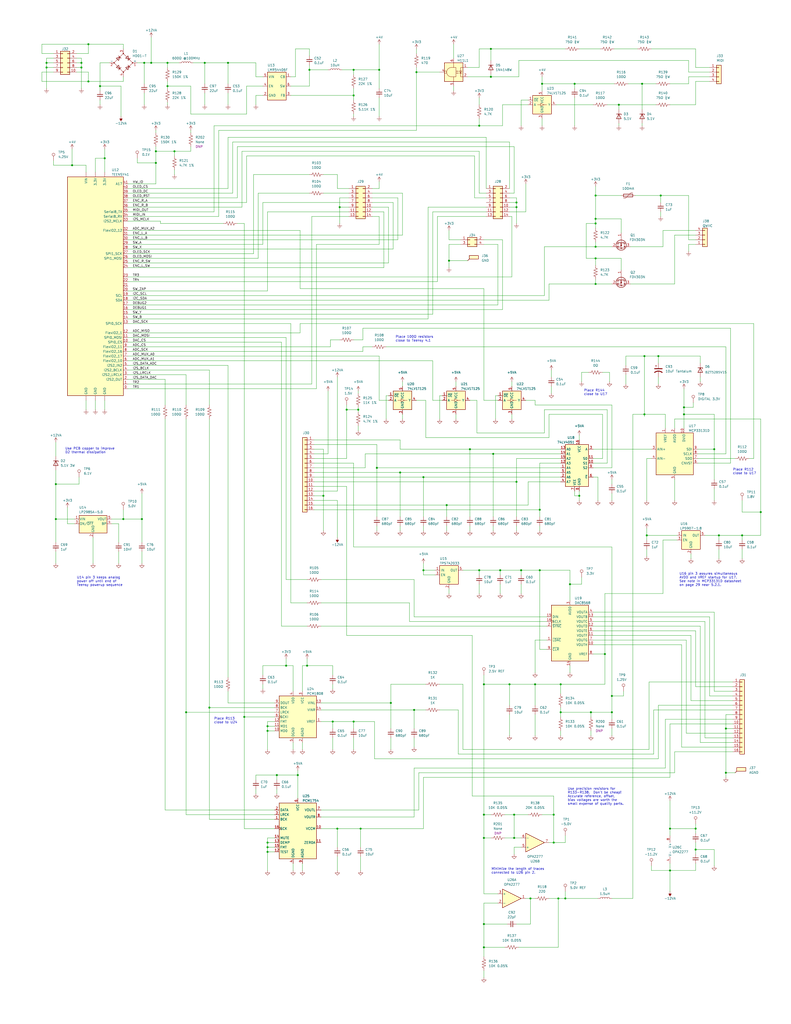
<source format=kicad_sch>
(kicad_sch (version 20250114) (generator "eeschema") (generator_version "9.0")
  (paper "C" portrait)
  (title_block (title "O_C T4.1  Ornament and Crime optimized for Teensy 4.1") (date "July 12, 2024") (rev "rev3") (company "Copyright 2024 Paul Stoffregen, mxmxmx - CC BY-SA 4.0") (comment 1 "copies and derivitive works properly give attribution to mxmxmx.") (comment 2 "in September 2023: \"consider the NC requirement waived\".  Please ensure all") (comment 3 "Commercial usage is allowed.  Explicit permission from mxmxmx was given") (comment 4 "Portions derived from original Ornament and Crime, copyright by mxmxmx."))
  (text "U14 pin 3 keeps analog\npower off until end of\nTeensy powerup sequence" (at 41.91 320.04 0) (effects (font (size 1.27 1.27)) (justify left bottom)))
  (text "Use PCB copper to improve\nD2 thermal dissipation" (at 35.56 247.65 0) (effects (font (size 1.27 1.27)) (justify left bottom)))
  (text "Place 100Ω resistors\nclose to Teensy 4.1" (at 215.9 186.69 0) (effects (font (size 1.27 1.27)) (justify left bottom)))
  (text "Use precision resistors for\nR133-R138.  Don't be cheap!\nAccurate reference, offset,\nbias voltages are worth the\nsmall expense of quality parts." (at 309.88 439.42 0) (effects (font (size 1.27 1.27)) (justify left bottom)))
  (text "Place R112\nclose to U17" (at 400.05 259.08 0) (effects (font (size 1.27 1.27)) (justify left bottom)))
  (text "U16 pin 3 assures simultaneous\nAVDD and VREF startup for U17.\nSee note in MCP33131D datasheet\non page 29 near 5.2.1." (at 370.84 320.04 0) (effects (font (size 1.27 1.27)) (justify left bottom)))
  (text "Place R113\nclose to U24" (at 116.84 394.97 0) (effects (font (size 1.27 1.27)) (justify left bottom)))
  (text "Minimize the length of traces \nconnected to U26 pin 2." (at 268.224 477.012 0) (effects (font (size 1.27 1.27)) (justify left bottom)))
  (text "Place R144\nclose to U17" (at 318.77 215.9 0) (effects (font (size 1.27 1.27)) (justify left bottom)))
  (junction (at 325.12 106.68))
  (junction (at 167.64 363.22))
  (junction (at 325.12 134.62))
  (junction (at 306.07 388.62))
  (junction (at 151.13 422.91))
  (junction (at 245.11 142.24))
  (junction (at 389.89 245.11))
  (junction (at 146.05 464.82))
  (junction (at 30.48 283.21))
  (junction (at 39.37 90.17))
  (junction (at 405.13 292.1))
  (junction (at 195.58 223.52))
  (junction (at 146.05 396.24))
  (junction (at 289.56 490.22))
  (junction (at 256.54 245.11))
  (junction (at 267.97 41.91))
  (junction (at 231.14 311.15))
  (junction (at 294.64 278.13))
  (junction (at 280.67 457.2))
  (junction (at 294.64 311.15))
  (junction (at 267.97 26.67))
  (junction (at 124.46 34.29))
  (junction (at 311.15 318.77))
  (junction (at 44.45 34.29))
  (junction (at 269.24 247.65))
  (junction (at 373.38 226.06))
  (junction (at 181.61 393.7))
  (junction (at 281.94 113.03))
  (junction (at 185.42 113.03))
  (junction (at 351.79 226.06))
  (junction (at 264.16 504.19))
  (junction (at 243.84 275.59))
  (junction (at 78.74 34.29))
  (junction (at 189.23 223.52))
  (junction (at 273.05 311.15))
  (junction (at 313.69 45.72))
  (junction (at 337.82 57.15))
  (junction (at 325.12 121.92))
  (junction (at 168.91 38.1))
  (junction (at 114.3 386.08))
  (junction (at 261.62 68.58))
  (junction (at 162.56 422.91))
  (junction (at 379.73 463.55))
  (junction (at 325.12 119.38))
  (junction (at 396.24 397.51))
  (junction (at 25.4 34.29))
  (junction (at 44.45 36.83))
  (junction (at 365.76 452.12))
  (junction (at 281.94 262.89))
  (junction (at 359.41 194.31))
  (junction (at 334.01 379.73))
  (junction (at 85.09 88.9))
  (junction (at 25.4 36.83))
  (junction (at 226.06 387.35))
  (junction (at 67.31 283.21))
  (junction (at 373.38 222.25))
  (junction (at 302.26 459.74))
  (junction (at 156.21 363.22))
  (junction (at 396.24 421.64))
  (junction (at 231.14 260.35))
  (junction (at 95.25 82.55))
  (junction (at 218.44 257.81))
  (junction (at 360.68 106.68))
  (junction (at 30.48 264.16))
  (junction (at 57.15 86.36))
  (junction (at 264.16 444.5))
  (junction (at 205.74 255.27))
  (junction (at 264.16 457.2))
  (junction (at 193.04 38.1))
  (junction (at 330.2 356.87))
  (junction (at 392.43 292.1))
  (junction (at 325.12 140.97))
  (junction (at 281.94 110.49))
  (junction (at 101.6 388.62))
  (junction (at 415.29 279.4))
  (junction (at 196.85 452.12))
  (junction (at 353.06 292.1))
  (junction (at 334.01 388.62))
  (junction (at 292.1 373.38))
  (junction (at 146.05 459.74))
  (junction (at 82.55 34.29))
  (junction (at 306.07 373.38))
  (junction (at 325.12 154.94))
  (junction (at 280.67 444.5))
  (junction (at 207.01 38.1))
  (junction (at 184.15 452.12))
  (junction (at 308.61 490.22))
  (junction (at 264.16 373.38))
  (junction (at 176.53 270.51))
  (junction (at 54.61 46.99))
  (junction (at 302.26 444.5))
  (junction (at 77.47 283.21))
  (junction (at 193.04 52.07))
  (junction (at 365.76 474.98))
  (junction (at 111.76 34.29))
  (junction (at 278.13 373.38))
  (junction (at 146.05 462.28))
  (junction (at 48.26 44.45))
  (junction (at 351.79 194.31))
  (junction (at 193.04 393.7))
  (junction (at 213.36 383.54))
  (junction (at 146.05 398.78))
  (junction (at 91.44 46.99))
  (junction (at 264.16 516.89))
  (junction (at 85.09 82.55))
  (junction (at 133.35 391.16))
  (junction (at 316.23 270.51))
  (junction (at 227.33 39.37))
  (junction (at 350.52 45.72))
  (junction (at 261.62 311.15))
  (junction (at 379.73 452.12))
  (junction (at 48.26 24.13))
  (junction (at 284.48 311.15))
  (junction (at 295.91 45.72))
  (junction (at 322.58 388.62))
  (junction (at 91.44 34.29))
  (junction (at 304.8 490.22))
  (wire (pts (xy 360.68 106.68) (xy 360.68 110.49)))
  (wire (pts (xy 256.54 245.11) (xy 306.07 245.11)))
  (wire (pts (xy 165.1 377.19) (xy 165.1 363.22)))
  (wire (pts (xy 143.51 41.91) (xy 139.7 41.91)))
  (wire (pts (xy 146.05 459.74) (xy 146.05 457.2)))
  (wire (pts (xy 325.12 119.38) (xy 325.12 121.92)))
  (wire (pts (xy 265.43 74.93) (xy 124.46 74.93)))
  (wire (pts (xy 353.06 288.29) (xy 353.06 292.1)))
  (wire (pts (xy 162.56 422.91) (xy 151.13 422.91)))
  (wire (pts (xy 295.91 45.72) (xy 295.91 49.53)))
  (wire (pts (xy 308.61 459.74) (xy 302.26 459.74)))
  (wire (pts (xy 396.24 421.64) (xy 396.24 424.18)))
  (wire (pts (xy 207.01 48.26) (xy 207.01 38.1)))
  (wire (pts (xy 295.91 41.91) (xy 295.91 45.72)))
  (wire (pts (xy 271.78 218.44) (xy 264.16 218.44)))
  (wire (pts (xy 341.63 204.47) (xy 341.63 209.55)))
  (wire (pts (xy 334.01 255.27) (xy 323.85 255.27)))
  (wire (pts (xy 257.81 434.34) (xy 257.81 346.71)))
  (wire (pts (xy 140.97 140.97) (xy 69.85 140.97)))
  (wire (pts (xy 134.62 110.49) (xy 69.85 110.49)))
  (wire (pts (xy 212.09 218.44) (xy 207.01 218.44)))
  (wire (pts (xy 289.56 504.19) (xy 289.56 490.22)))
  (wire (pts (xy 306.07 388.62) (xy 306.07 391.16)))
  (wire (pts (xy 361.95 125.73) (xy 361.95 134.62)))
  (wire (pts (xy 69.85 204.47) (xy 101.6 204.47)))
  (wire (pts (xy 143.51 46.99) (xy 134.62 46.99)))
  (wire (pts (xy 365.76 436.88) (xy 365.76 452.12)))
  (wire (pts (xy 341.63 194.31) (xy 351.79 194.31)))
  (wire (pts (xy 351.79 194.31) (xy 359.41 194.31)))
  (wire (pts (xy 299.72 226.06) (xy 328.93 226.06)))
  (wire (pts (xy 313.69 45.72) (xy 335.28 45.72)))
  (wire (pts (xy 265.43 107.95) (xy 259.08 107.95)))
  (wire (pts (xy 124.46 34.29) (xy 139.7 34.29)))
  (wire (pts (xy 323.85 260.35) (xy 326.39 260.35)))
  (wire (pts (xy 295.91 64.77) (xy 295.91 68.58)))
  (wire (pts (xy 158.75 176.53) (xy 69.85 176.53)))
  (wire (pts (xy 52.07 218.44) (xy 52.07 223.52)))
  (wire (pts (xy 387.35 39.37) (xy 375.92 39.37)))
  (wire (pts (xy 143.51 52.07) (xy 139.7 52.07)))
  (wire (pts (xy 29.21 34.29) (xy 25.4 34.29)))
  (wire (pts (xy 69.85 120.65) (xy 87.63 120.65)))
  (wire (pts (xy 389.89 377.19) (xy 400.05 377.19)))
  (wire (pts (xy 379.73 26.67) (xy 379.73 36.83)))
  (wire (pts (xy 284.48 311.15) (xy 273.05 311.15)))
  (wire (pts (xy 91.44 46.99) (xy 91.44 48.26)))
  (wire (pts (xy 278.13 110.49) (xy 281.94 110.49)))
  (wire (pts (xy 275.59 444.5) (xy 280.67 444.5)))
  (wire (pts (xy 171.45 257.81) (xy 218.44 257.81)))
  (wire (pts (xy 227.33 39.37) (xy 240.03 39.37)))
  (wire (pts (xy 205.74 287.02) (xy 205.74 289.56)))
  (wire (pts (xy 350.52 67.31) (xy 350.52 68.58)))
  (wire (pts (xy 264.16 157.48) (xy 163.83 157.48)))
  (wire (pts (xy 85.09 82.55) (xy 95.25 82.55)))
  (wire (pts (xy 373.38 212.09) (xy 373.38 222.25)))
  (wire (pts (xy 213.36 383.54) (xy 213.36 397.51)))
  (wire (pts (xy 298.45 349.25) (xy 292.1 349.25)))
  (wire (pts (xy 245.11 142.24) (xy 255.27 142.24)))
  (wire (pts (xy 346.71 106.68) (xy 360.68 106.68)))
  (wire (pts (xy 334.01 261.62) (xy 334.01 264.16)))
  (wire (pts (xy 213.36 402.59) (xy 213.36 408.94)))
  (wire (pts (xy 375.92 130.81) (xy 375.92 106.68)))
  (wire (pts (xy 330.2 323.85) (xy 330.2 356.87)))
  (wire (pts (xy 190.5 115.57) (xy 146.05 115.57)))
  (wire (pts (xy 195.58 222.25) (xy 195.58 223.52)))
  (wire (pts (xy 161.29 26.67) (xy 168.91 26.67)))
  (wire (pts (xy 227.33 26.67) (xy 227.33 29.21)))
  (wire (pts (xy 101.6 228.6) (xy 101.6 388.62)))
  (wire (pts (xy 330.2 373.38) (xy 306.07 373.38)))
  (wire (pts (xy 54.61 54.61) (xy 54.61 57.15)))
  (wire (pts (xy 190.5 102.87) (xy 184.15 102.87)))
  (wire (pts (xy 373.38 226.06) (xy 373.38 233.68)))
  (wire (pts (xy 331.47 57.15) (xy 337.82 57.15)))
  (wire (pts (xy 198.12 191.77) (xy 198.12 189.23)))
  (wire (pts (xy 175.26 445.77) (xy 226.06 445.77)))
  (wire (pts (xy 384.81 402.59) (xy 400.05 402.59)))
  (wire (pts (xy 365.76 474.98) (xy 365.76 486.41)))
  (wire (pts (xy 41.91 31.75) (xy 44.45 31.75)))
  (wire (pts (xy 306.07 398.78) (xy 306.07 401.32)))
  (wire (pts (xy 146.05 398.78) (xy 149.86 398.78)))
  (wire (pts (xy 176.53 105.41) (xy 190.5 105.41)))
  (wire (pts (xy 334.01 220.98) (xy 334.01 255.27)))
  (wire (pts (xy 334.01 154.94) (xy 325.12 154.94)))
  (wire (pts (xy 299.72 154.94) (xy 325.12 154.94)))
  (wire (pts (xy 167.64 328.93) (xy 158.75 328.93)))
  (wire (pts (xy 359.41 414.02) (xy 204.47 414.02)))
  (wire (pts (xy 292.1 220.98) (xy 334.01 220.98)))
  (wire (pts (xy 313.69 53.34) (xy 313.69 68.58)))
  (wire (pts (xy 156.21 316.23) (xy 156.21 184.15)))
  (wire (pts (xy 30.48 283.21) (xy 40.64 283.21)))
  (wire (pts (xy 171.45 250.19) (xy 189.23 250.19)))
  (wire (pts (xy 306.07 260.35) (xy 231.14 260.35)))
  (wire (pts (xy 156.21 184.15) (xy 69.85 184.15)))
  (wire (pts (xy 322.58 388.62) (xy 322.58 391.16)))
  (wire (pts (xy 168.91 105.41) (xy 140.97 105.41)))
  (wire (pts (xy 231.14 424.18) (xy 231.14 452.12)))
  (wire (pts (xy 236.22 171.45) (xy 69.85 171.45)))
  (wire (pts (xy 241.3 215.9) (xy 240.03 215.9)))
  (wire (pts (xy 44.45 34.29) (xy 44.45 36.83)))
  (wire (pts (xy 278.13 373.38) (xy 264.16 373.38)))
  (wire (pts (xy 87.63 120.65) (xy 87.63 121.92)))
  (wire (pts (xy 375.92 106.68) (xy 360.68 106.68)))
  (wire (pts (xy 195.58 232.41) (xy 195.58 234.95)))
  (wire (pts (xy 69.85 135.89) (xy 214.63 135.89)))
  (wire (pts (xy 184.15 267.97) (xy 184.15 205.74)))
  (wire (pts (xy 168.91 38.1) (xy 168.91 35.56)))
  (wire (pts (xy 231.14 313.69) (xy 231.14 311.15)))
  (wire (pts (xy 212.09 143.51) (xy 69.85 143.51)))
  (wire (pts (xy 323.85 344.17) (xy 379.73 344.17)))
  (wire (pts (xy 361.95 323.85) (xy 330.2 323.85)))
  (wire (pts (xy 181.61 363.22) (xy 181.61 368.3)))
  (wire (pts (xy 111.76 34.29) (xy 111.76 45.72)))
  (wire (pts (xy 264.16 492.76) (xy 264.16 504.19)))
  (wire (pts (xy 405.13 279.4) (xy 415.29 279.4)))
  (wire (pts (xy 398.78 179.07) (xy 398.78 252.73)))
  (wire (pts (xy 143.51 373.38) (xy 143.51 375.92)))
  (wire (pts (xy 351.79 227.33) (xy 351.79 226.06)))
  (wire (pts (xy 193.04 252.73) (xy 193.04 298.45)))
  (wire (pts (xy 278.13 118.11) (xy 279.4 118.11)))
  (wire (pts (xy 261.62 82.55) (xy 132.08 82.55)))
  (wire (pts (xy 339.09 119.38) (xy 325.12 119.38)))
  (wire (pts (xy 289.56 490.22) (xy 292.1 490.22)))
  (wire (pts (xy 325.12 121.92) (xy 325.12 124.46)))
  (wire (pts (xy 29.21 90.17) (xy 39.37 90.17)))
  (wire (pts (xy 340.36 379.73) (xy 334.01 379.73)))
  (wire (pts (xy 127 105.41) (xy 69.85 105.41)))
  (wire (pts (xy 48.26 24.13) (xy 67.31 24.13)))
  (wire (pts (xy 379.73 128.27) (xy 368.3 128.27)))
  (wire (pts (xy 146.05 474.98) (xy 146.05 464.82)))
  (wire (pts (xy 250.19 387.35) (xy 250.19 411.48)))
  (wire (pts (xy 171.45 275.59) (xy 243.84 275.59)))
  (wire (pts (xy 161.29 41.91) (xy 161.29 26.67)))
  (wire (pts (xy 396.24 247.65) (xy 381 247.65)))
  (wire (pts (xy 264.16 457.2) (xy 267.97 457.2)))
  (wire (pts (xy 91.44 34.29) (xy 97.79 34.29)))
  (wire (pts (xy 189.23 265.43) (xy 171.45 265.43)))
  (wire (pts (xy 207.01 218.44) (xy 207.01 194.31)))
  (wire (pts (xy 124.46 383.54) (xy 124.46 377.19)))
  (wire (pts (xy 334.01 392.43) (xy 334.01 388.62)))
  (wire (pts (xy 241.3 218.44) (xy 236.22 218.44)))
  (wire (pts (xy 168.91 26.67) (xy 168.91 30.48)))
  (wire (pts (xy 77.47 283.21) (xy 77.47 295.91)))
  (wire (pts (xy 138.43 138.43) (xy 138.43 95.25)))
  (wire (pts (xy 325.12 101.6) (xy 325.12 106.68)))
  (wire (pts (xy 323.85 351.79) (xy 372.11 351.79)))
  (wire (pts (xy 255.27 36.83) (xy 261.62 36.83)))
  (wire (pts (xy 165.1 405.13) (xy 165.1 408.94)))
  (wire (pts (xy 29.21 39.37) (xy 22.86 39.37)))
  (wire (pts (xy 328.93 203.2) (xy 332.74 203.2)))
  (wire (pts (xy 74.93 34.29) (xy 78.74 34.29)))
  (wire (pts (xy 259.08 107.95) (xy 259.08 85.09)))
  (wire (pts (xy 308.61 486.41) (xy 308.61 490.22)))
  (wire (pts (xy 248.92 226.06) (xy 248.92 228.6)))
  (wire (pts (xy 271.78 166.37) (xy 271.78 133.35)))
  (wire (pts (xy 294.64 278.13) (xy 294.64 281.94)))
  (wire (pts (xy 91.44 44.45) (xy 91.44 46.99)))
  (wire (pts (xy 297.18 236.22) (xy 297.18 223.52)))
  (wire (pts (xy 207.01 24.13) (xy 207.01 38.1)))
  (wire (pts (xy 226.06 402.59) (xy 226.06 407.67)))
  (wire (pts (xy 205.74 255.27) (xy 205.74 281.94)))
  (wire (pts (xy 389.89 245.11) (xy 389.89 261.62)))
  (wire (pts (xy 171.45 252.73) (xy 193.04 252.73)))
  (wire (pts (xy 77.47 300.99) (xy 77.47 307.34)))
  (wire (pts (xy 54.61 34.29) (xy 54.61 46.99)))
  (wire (pts (xy 323.85 339.09) (xy 384.81 339.09)))
  (wire (pts (xy 116.84 68.58) (xy 261.62 68.58)))
  (wire (pts (xy 30.48 264.16) (xy 43.18 264.16)))
  (wire (pts (xy 190.5 107.95) (xy 185.42 107.95)))
  (wire (pts (xy 67.31 283.21) (xy 77.47 283.21)))
  (wire (pts (xy 261.62 318.77) (xy 261.62 323.85)))
  (wire (pts (xy 356.87 387.35) (xy 400.05 387.35)))
  (wire (pts (xy 400.05 389.89) (xy 396.24 389.89)))
  (wire (pts (xy 248.92 208.28) (xy 248.92 210.82)))
  (wire (pts (xy 278.13 389.89) (xy 278.13 401.32)))
  (wire (pts (xy 30.48 241.3) (xy 30.48 248.92)))
  (wire (pts (xy 381 245.11) (xy 389.89 245.11)))
  (wire (pts (xy 193.04 298.45) (xy 334.01 298.45)))
  (wire (pts (xy 175.26 393.7) (xy 181.61 393.7)))
  (wire (pts (xy 124.46 50.8) (xy 124.46 57.15)))
  (wire (pts (xy 415.29 279.4) (xy 415.29 292.1)))
  (wire (pts (xy 52.07 86.36) (xy 57.15 86.36)))
  (wire (pts (xy 267.97 444.5) (xy 264.16 444.5)))
  (wire (pts (xy 175.26 383.54) (xy 213.36 383.54)))
  (wire (pts (xy 124.46 34.29) (xy 111.76 34.29)))
  (wire (pts (xy 281.94 262.89) (xy 281.94 281.94)))
  (wire (pts (xy 52.07 93.98) (xy 52.07 86.36)))
  (wire (pts (xy 66.04 46.99) (xy 54.61 46.99)))
  (wire (pts (xy 139.7 41.91) (xy 139.7 34.29)))
  (wire (pts (xy 181.61 373.38) (xy 181.61 375.92)))
  (wire (pts (xy 207.01 102.87) (xy 203.2 102.87)))
  (wire (pts (xy 365.76 45.72) (xy 375.92 45.72)))
  (wire (pts (xy 207.01 53.34) (xy 207.01 63.5)))
  (wire (pts (xy 219.71 226.06) (xy 219.71 228.6)))
  (wire (pts (xy 323.85 245.11) (xy 355.6 245.11)))
  (wire (pts (xy 261.62 26.67) (xy 267.97 26.67)))
  (wire (pts (xy 396.24 189.23) (xy 396.24 247.65)))
  (wire (pts (xy 168.91 38.1) (xy 179.07 38.1)))
  (wire (pts (xy 261.62 36.83) (xy 261.62 26.67)))
  (wire (pts (xy 146.05 158.75) (xy 69.85 158.75)))
  (wire (pts (xy 193.04 393.7) (xy 181.61 393.7)))
  (wire (pts (xy 78.74 34.29) (xy 78.74 45.72)))
  (wire (pts (xy 171.45 273.05) (xy 184.15 273.05)))
  (wire (pts (xy 278.13 384.81) (xy 278.13 373.38)))
  (wire (pts (xy 196.85 452.12) (xy 184.15 452.12)))
  (wire (pts (xy 146.05 464.82) (xy 146.05 462.28)))
  (wire (pts (xy 193.04 52.07) (xy 193.04 54.61)))
  (wire (pts (xy 355.6 26.67) (xy 379.73 26.67)))
  (wire (pts (xy 90.17 207.01) (xy 90.17 220.98)))
  (wire (pts (xy 311.15 311.15) (xy 294.64 311.15)))
  (wire (pts (xy 280.67 444.5) (xy 280.67 457.2)))
  (wire (pts (xy 317.5 314.96) (xy 317.5 318.77)))
  (wire (pts (xy 323.85 349.25) (xy 374.65 349.25)))
  (wire (pts (xy 149.86 452.12) (xy 133.35 452.12)))
  (wire (pts (xy 203.2 113.03) (xy 212.09 113.03)))
  (wire (pts (xy 95.25 92.71) (xy 95.25 95.25)))
  (wire (pts (xy 226.06 445.77) (xy 226.06 419.1)))
  (wire (pts (xy 273.05 313.69) (xy 273.05 311.15)))
  (wire (pts (xy 334.01 298.45) (xy 334.01 379.73)))
  (wire (pts (xy 78.74 34.29) (xy 82.55 34.29)))
  (wire (pts (xy 133.35 391.16) (xy 149.86 391.16)))
  (wire (pts (xy 280.67 105.41) (xy 280.67 80.01)))
  (wire (pts (xy 104.14 46.99) (xy 91.44 46.99)))
  (wire (pts (xy 387.35 41.91) (xy 375.92 41.91)))
  (wire (pts (xy 114.3 386.08) (xy 149.86 386.08)))
  (wire (pts (xy 345.44 226.06) (xy 345.44 490.22)))
  (wire (pts (xy 294.64 287.02) (xy 294.64 289.56)))
  (wire (pts (xy 365.76 394.97) (xy 365.76 424.18)))
  (wire (pts (xy 146.05 457.2) (xy 149.86 457.2)))
  (wire (pts (xy 146.05 462.28) (xy 146.05 459.74)))
  (wire (pts (xy 170.18 118.11) (xy 170.18 209.55)))
  (wire (pts (xy 163.83 181.61) (xy 163.83 176.53)))
  (wire (pts (xy 134.62 85.09) (xy 134.62 110.49)))
  (wire (pts (xy 167.64 359.41) (xy 167.64 363.22)))
  (wire (pts (xy 287.02 218.44) (xy 292.1 218.44)))
  (wire (pts (xy 313.69 270.51) (xy 316.23 270.51)))
  (wire (pts (xy 85.09 100.33) (xy 69.85 100.33)))
  (wire (pts (xy 203.2 115.57) (xy 209.55 115.57)))
  (wire (pts (xy 160.02 405.13) (xy 160.02 408.94)))
  (wire (pts (xy 379.73 44.45) (xy 379.73 57.15)))
  (wire (pts (xy 243.84 275.59) (xy 243.84 281.94)))
  (wire (pts (xy 271.78 133.35) (xy 264.16 133.35)))
  (wire (pts (xy 311.15 363.22) (xy 311.15 367.03)))
  (wire (pts (xy 60.96 285.75) (xy 64.77 285.75)))
  (wire (pts (xy 153.67 186.69) (xy 153.67 341.63)))
  (wire (pts (xy 22.86 44.45) (xy 48.26 44.45)))
  (wire (pts (xy 41.91 29.21) (xy 48.26 29.21)))
  (wire (pts (xy 101.6 444.5) (xy 101.6 388.62)))
  (wire (pts (xy 226.06 387.35) (xy 232.41 387.35)))
  (wire (pts (xy 278.13 373.38) (xy 292.1 373.38)))
  (wire (pts (xy 149.86 396.24) (xy 146.05 396.24)))
  (wire (pts (xy 322.58 398.78) (xy 322.58 401.32)))
  (wire (pts (xy 143.51 110.49) (xy 143.51 133.35)))
  (wire (pts (xy 365.76 452.12) (xy 365.76 455.93)))
  (wire (pts (xy 339.09 127) (xy 339.09 119.38)))
  (wire (pts (xy 297.18 161.29) (xy 297.18 134.62)))
  (wire (pts (xy 226.06 336.55) (xy 226.06 316.23)))
  (wire (pts (xy 127 77.47) (xy 127 105.41)))
  (wire (pts (xy 151.13 422.91) (xy 151.13 425.45)))
  (wire (pts (xy 252.73 408.94) (xy 354.33 408.94)))
  (wire (pts (xy 350.52 45.72) (xy 350.52 59.69)))
  (wire (pts (xy 163.83 176.53) (xy 411.48 176.53)))
  (wire (pts (xy 359.41 384.81) (xy 359.41 414.02)))
  (wire (pts (xy 278.13 113.03) (xy 281.94 113.03)))
  (wire (pts (xy 271.78 492.76) (xy 264.16 492.76)))
  (wire (pts (xy 69.85 186.69) (xy 153.67 186.69)))
  (wire (pts (xy 219.71 128.27) (xy 219.71 105.41)))
  (wire (pts (xy 288.29 262.89) (xy 288.29 275.59)))
  (wire (pts (xy 203.2 118.11) (xy 207.01 118.11)))
  (wire (pts (xy 247.65 46.99) (xy 247.65 49.53)))
  (wire (pts (xy 204.47 393.7) (xy 193.04 393.7)))
  (wire (pts (xy 306.07 257.81) (xy 218.44 257.81)))
  (wire (pts (xy 139.7 425.45) (xy 139.7 422.91)))
  (wire (pts (xy 146.05 459.74) (xy 149.86 459.74)))
  (wire (pts (xy 379.73 459.74) (xy 379.73 463.55)))
  (wire (pts (xy 143.51 363.22) (xy 143.51 368.3)))
  (wire (pts (xy 175.26 387.35) (xy 226.06 387.35)))
  (wire (pts (xy 74.93 88.9) (xy 85.09 88.9)))
  (wire (pts (xy 377.19 346.71) (xy 377.19 382.27)))
  (wire (pts (xy 264.16 529.59) (xy 264.16 533.4)))
  (wire (pts (xy 331.47 223.52) (xy 331.47 252.73)))
  (wire (pts (xy 405.13 292.1) (xy 392.43 292.1)))
  (wire (pts (xy 313.69 45.72) (xy 313.69 48.26)))
  (wire (pts (xy 294.64 354.33) (xy 294.64 311.15)))
  (wire (pts (xy 189.23 250.19) (xy 189.23 223.52)))
  (wire (pts (xy 339.09 147.32) (xy 339.09 140.97)))
  (wire (pts (xy 261.62 105.41) (xy 261.62 82.55)))
  (wire (pts (xy 146.05 462.28) (xy 149.86 462.28)))
  (wire (pts (xy 64.77 300.99) (xy 64.77 307.34)))
  (wire (pts (xy 243.84 287.02) (xy 243.84 289.56)))
  (wire (pts (xy 256.54 245.11) (xy 256.54 281.94)))
  (wire (pts (xy 160.02 471.17) (xy 160.02 474.98)))
  (wire (pts (xy 252.73 373.38) (xy 252.73 408.94)))
  (wire (pts (xy 171.45 245.11) (xy 176.53 245.11)))
  (wire (pts (xy 163.83 157.48) (xy 163.83 125.73)))
  (wire (pts (xy 25.4 36.83) (xy 25.4 48.26)))
  (wire (pts (xy 69.85 191.77) (xy 198.12 191.77)))
  (wire (pts (xy 162.56 420.37) (xy 162.56 422.91)))
  (wire (pts (xy 365.76 471.17) (xy 365.76 474.98)))
  (wire (pts (xy 379.73 344.17) (xy 379.73 374.65)))
  (wire (pts (xy 302.26 434.34) (xy 257.81 434.34)))
  (wire (pts (xy 156.21 363.22) (xy 143.51 363.22)))
  (wire (pts (xy 340.36 377.19) (xy 340.36 379.73)))
  (wire (pts (xy 238.76 118.11) (xy 238.76 153.67)))
  (wire (pts (xy 306.07 250.19) (xy 281.94 250.19)))
  (wire (pts (xy 251.46 133.35) (xy 245.11 133.35)))
  (wire (pts (xy 189.23 223.52) (xy 195.58 223.52)))
  (wire (pts (xy 294.64 311.15) (xy 284.48 311.15)))
  (wire (pts (xy 22.86 24.13) (xy 48.26 24.13)))
  (wire (pts (xy 261.62 57.15) (xy 261.62 53.34)))
  (wire (pts (xy 236.22 218.44) (xy 236.22 196.85)))
  (wire (pts (xy 355.6 474.98) (xy 365.76 474.98)))
  (wire (pts (xy 158.75 41.91) (xy 161.29 41.91)))
  (wire (pts (xy 43.18 260.35) (xy 43.18 264.16)))
  (wire (pts (xy 378.46 222.25) (xy 373.38 222.25)))
  (wire (pts (xy 359.41 194.31) (xy 382.27 194.31)))
  (wire (pts (xy 279.4 208.28) (xy 279.4 210.82)))
  (wire (pts (xy 44.45 36.83) (xy 44.45 48.26)))
  (wire (pts (xy 231.14 307.34) (xy 231.14 311.15)))
  (wire (pts (xy 259.08 85.09) (xy 134.62 85.09)))
  (wire (pts (xy 158.75 52.07) (xy 193.04 52.07)))
  (wire (pts (xy 151.13 430.53) (xy 151.13 433.07)))
  (wire (pts (xy 411.48 176.53) (xy 411.48 250.19)))
  (wire (pts (xy 172.72 133.35) (xy 172.72 212.09)))
  (wire (pts (xy 217.17 107.95) (xy 203.2 107.95)))
  (wire (pts (xy 101.6 204.47) (xy 101.6 220.98)))
  (wire (pts (xy 294.64 252.73) (xy 294.64 278.13)))
  (wire (pts (xy 185.42 113.03) (xy 185.42 121.92)))
  (wire (pts (xy 278.13 115.57) (xy 287.02 115.57)))
  (wire (pts (xy 171.45 242.57) (xy 205.74 242.57)))
  (wire (pts (xy 232.41 218.44) (xy 232.41 238.76)))
  (wire (pts (xy 375.92 33.02) (xy 283.21 33.02)))
  (wire (pts (xy 377.19 302.26) (xy 377.19 304.8)))
  (wire (pts (xy 334.01 388.62) (xy 322.58 388.62)))
  (wire (pts (xy 339.09 140.97) (xy 325.12 140.97)))
  (wire (pts (xy 334.01 397.51) (xy 334.01 401.32)))
  (wire (pts (xy 69.85 128.27) (xy 219.71 128.27)))
  (wire (pts (xy 288.29 444.5) (xy 280.67 444.5)))
  (wire (pts (xy 264.16 516.89) (xy 264.16 521.97)))
  (wire (pts (xy 278.13 105.41) (xy 280.67 105.41)))
  (wire (pts (xy 330.2 356.87) (xy 330.2 373.38)))
  (wire (pts (xy 292.1 373.38) (xy 306.07 373.38)))
  (wire (pts (xy 213.36 373.38) (xy 213.36 383.54)))
  (wire (pts (xy 325.12 106.68) (xy 325.12 119.38)))
  (wire (pts (xy 297.18 223.52) (xy 331.47 223.52)))
  (wire (pts (xy 377.19 382.27) (xy 400.05 382.27)))
  (wire (pts (xy 302.26 444.5) (xy 302.26 459.74)))
  (wire (pts (xy 198.12 185.42) (xy 198.12 179.07)))
  (wire (pts (xy 29.21 36.83) (xy 25.4 36.83)))
  (wire (pts (xy 210.82 215.9) (xy 210.82 228.6)))
  (wire (pts (xy 176.53 245.11) (xy 176.53 270.51)))
  (wire (pts (xy 356.87 411.48) (xy 356.87 387.35)))
  (wire (pts (xy 355.6 250.19) (xy 353.06 250.19)))
  (wire (pts (xy 69.85 163.83) (xy 299.72 163.83)))
  (wire (pts (xy 228.6 421.64) (xy 228.6 441.96)))
  (wire (pts (xy 288.29 54.61) (xy 284.48 54.61)))
  (wire (pts (xy 260.35 236.22) (xy 297.18 236.22)))
  (wire (pts (xy 226.06 316.23) (xy 175.26 316.23)))
  (wire (pts (xy 396.24 421.64) (xy 401.32 421.64)))
  (wire (pts (xy 198.12 189.23) (xy 203.2 189.23)))
  (wire (pts (xy 311.15 327.66) (xy 311.15 318.77)))
  (wire (pts (xy 316.23 237.49) (xy 316.23 240.03)))
  (wire (pts (xy 158.75 46.99) (xy 168.91 46.99)))
  (wire (pts (xy 334.01 490.22) (xy 345.44 490.22)))
  (wire (pts (xy 350.52 45.72) (xy 358.14 45.72)))
  (wire (pts (xy 245.11 133.35) (xy 245.11 142.24)))
  (wire (pts (xy 69.85 130.81) (xy 217.17 130.81)))
  (wire (pts (xy 129.54 121.92) (xy 133.35 121.92)))
  (wire (pts (xy 95.25 82.55) (xy 104.14 82.55)))
  (wire (pts (xy 280.67 462.28) (xy 280.67 466.09)))
  (wire (pts (xy 287.02 115.57) (xy 287.02 100.33)))
  (wire (pts (xy 48.26 44.45) (xy 67.31 44.45)))
  (wire (pts (xy 271.78 215.9) (xy 270.51 215.9)))
  (wire (pts (xy 69.85 212.09) (xy 172.72 212.09)))
  (wire (pts (xy 41.91 34.29) (xy 44.45 34.29)))
  (wire (pts (xy 265.43 115.57) (xy 236.22 115.57)))
  (wire (pts (xy 306.07 247.65) (xy 269.24 247.65)))
  (wire (pts (xy 78.74 50.8) (xy 78.74 57.15)))
  (wire (pts (xy 368.3 228.6) (xy 415.29 228.6)))
  (wire (pts (xy 323.85 346.71) (xy 377.19 346.71)))
  (wire (pts (xy 119.38 118.11) (xy 119.38 71.12)))
  (wire (pts (xy 25.4 34.29) (xy 25.4 36.83)))
  (wire (pts (xy 171.45 278.13) (xy 294.64 278.13)))
  (wire (pts (xy 41.91 39.37) (xy 48.26 39.37)))
  (wire (pts (xy 77.47 269.24) (xy 77.47 283.21)))
  (wire (pts (xy 304.8 516.89) (xy 283.21 516.89)))
  (wire (pts (xy 295.91 444.5) (xy 302.26 444.5)))
  (wire (pts (xy 368.3 233.68) (xy 368.3 228.6)))
  (wire (pts (xy 274.32 68.58) (xy 274.32 57.15)))
  (wire (pts (xy 269.24 247.65) (xy 269.24 281.94)))
  (wire (pts (xy 124.46 74.93) (xy 124.46 102.87)))
  (wire (pts (xy 303.53 57.15) (xy 323.85 57.15)))
  (wire (pts (xy 354.33 408.94) (xy 354.33 372.11)))
  (wire (pts (xy 405.13 294.64) (xy 405.13 292.1)))
  (wire (pts (xy 379.73 474.98) (xy 365.76 474.98)))
  (wire (pts (xy 205.74 242.57) (xy 205.74 255.27)))
  (wire (pts (xy 149.86 444.5) (xy 101.6 444.5)))
  (wire (pts (xy 382.27 405.13) (xy 400.05 405.13)))
  (wire (pts (xy 281.94 504.19) (xy 289.56 504.19)))
  (wire (pts (xy 374.65 349.25) (xy 374.65 400.05)))
  (wire (pts (xy 214.63 110.49) (xy 203.2 110.49)))
  (wire (pts (xy 283.21 41.91) (xy 267.97 41.91)))
  (wire (pts (xy 387.35 44.45) (xy 379.73 44.45)))
  (wire (pts (xy 369.57 294.64) (xy 361.95 294.64)))
  (wire (pts (xy 250.19 411.48) (xy 356.87 411.48)))
  (wire (pts (xy 207.01 38.1) (xy 193.04 38.1)))
  (wire (pts (xy 306.07 252.73) (xy 294.64 252.73)))
  (wire (pts (xy 316.23 26.67) (xy 327.66 26.67)))
  (wire (pts (xy 171.45 240.03) (xy 218.44 240.03)))
  (wire (pts (xy 298.45 336.55) (xy 226.06 336.55)))
  (wire (pts (xy 214.63 135.89) (xy 214.63 110.49)))
  (wire (pts (xy 39.37 81.28) (xy 39.37 90.17)))
  (wire (pts (xy 196.85 462.28) (xy 196.85 452.12)))
  (wire (pts (xy 69.85 201.93) (xy 114.3 201.93)))
  (wire (pts (xy 218.44 245.11) (xy 256.54 245.11)))
  (wire (pts (xy 389.89 463.55) (xy 379.73 463.55)))
  (wire (pts (xy 299.72 238.76) (xy 299.72 226.06)))
  (wire (pts (xy 231.14 452.12) (xy 196.85 452.12)))
  (wire (pts (xy 171.45 247.65) (xy 179.07 247.65)))
  (wire (pts (xy 300.99 201.93) (xy 300.99 205.74)))
  (wire (pts (xy 91.44 55.88) (xy 91.44 57.15)))
  (wire (pts (xy 323.85 336.55) (xy 387.35 336.55)))
  (wire (pts (xy 261.62 311.15) (xy 261.62 313.69)))
  (wire (pts (xy 379.73 133.35) (xy 375.92 133.35)))
  (wire (pts (xy 199.39 255.27) (xy 199.39 247.65)))
  (wire (pts (xy 264.16 373.38) (xy 264.16 444.5)))
  (wire (pts (xy 69.85 161.29) (xy 297.18 161.29)))
  (wire (pts (xy 231.14 287.02) (xy 231.14 289.56)))
  (wire (pts (xy 264.16 218.44) (xy 264.16 157.48)))
  (wire (pts (xy 247.65 24.13) (xy 247.65 31.75)))
  (wire (pts (xy 308.61 455.93) (xy 308.61 459.74)))
  (wire (pts (xy 267.97 26.67) (xy 267.97 33.02)))
  (wire (pts (xy 306.07 262.89) (xy 288.29 262.89)))
  (wire (pts (xy 171.45 255.27) (xy 199.39 255.27)))
  (wire (pts (xy 361.95 134.62) (xy 344.17 134.62)))
  (wire (pts (xy 146.05 408.94) (xy 146.05 398.78)))
  (wire (pts (xy 22.86 29.21) (xy 22.86 24.13)))
  (wire (pts (xy 384.81 339.09) (xy 384.81 402.59)))
  (wire (pts (xy 325.12 140.97) (xy 320.04 140.97)))
  (wire (pts (xy 389.89 334.01) (xy 389.89 377.19)))
  (wire (pts (xy 30.48 300.99) (xy 30.48 307.34)))
  (wire (pts (xy 368.3 261.62) (xy 368.3 273.05)))
  (wire (pts (xy 153.67 341.63) (xy 167.64 341.63)))
  (wire (pts (xy 245.11 321.31) (xy 245.11 323.85)))
  (wire (pts (xy 264.16 504.19) (xy 264.16 516.89)))
  (wire (pts (xy 199.39 247.65) (xy 269.24 247.65)))
  (wire (pts (xy 400.05 410.21) (xy 368.3 410.21)))
  (wire (pts (xy 317.5 203.2) (xy 317.5 208.28)))
  (wire (pts (xy 193.04 48.26) (xy 193.04 52.07)))
  (wire (pts (xy 143.51 133.35) (xy 69.85 133.35)))
  (wire (pts (xy 323.85 341.63) (xy 382.27 341.63)))
  (wire (pts (xy 212.09 113.03) (xy 212.09 143.51)))
  (wire (pts (xy 240.03 215.9) (xy 240.03 228.6)))
  (wire (pts (xy 101.6 388.62) (xy 149.86 388.62)))
  (wire (pts (xy 379.73 449.58) (xy 379.73 452.12)))
  (wire (pts (xy 270.51 215.9) (xy 270.51 228.6)))
  (wire (pts (xy 379.73 374.65) (xy 400.05 374.65)))
  (wire (pts (xy 207.01 118.11) (xy 207.01 133.35)))
  (wire (pts (xy 87.63 121.92) (xy 121.92 121.92)))
  (wire (pts (xy 379.73 452.12) (xy 365.76 452.12)))
  (wire (pts (xy 299.72 163.83) (xy 299.72 154.94)))
  (wire (pts (xy 139.7 422.91) (xy 151.13 422.91)))
  (wire (pts (xy 160.02 377.19) (xy 160.02 363.22)))
  (wire (pts (xy 104.14 62.23) (xy 104.14 46.99)))
  (wire (pts (xy 36.83 285.75) (xy 36.83 276.86)))
  (wire (pts (xy 236.22 115.57) (xy 236.22 171.45)))
  (wire (pts (xy 104.14 82.55) (xy 104.14 80.01)))
  (wire (pts (xy 381 252.73) (xy 398.78 252.73)))
  (wire (pts (xy 85.09 88.9) (xy 85.09 100.33)))
  (wire (pts (xy 334.01 134.62) (xy 325.12 134.62)))
  (wire (pts (xy 252.73 311.15) (xy 261.62 311.15)))
  (wire (pts (xy 95.25 82.55) (xy 95.25 85.09)))
  (wire (pts (xy 179.07 247.65) (xy 179.07 213.36)))
  (wire (pts (xy 22.86 39.37) (xy 22.86 44.45)))
  (wire (pts (xy 264.16 444.5) (xy 264.16 457.2)))
  (wire (pts (xy 283.21 33.02) (xy 283.21 41.91)))
  (wire (pts (xy 223.52 339.09) (xy 223.52 328.93)))
  (wire (pts (xy 146.05 393.7) (xy 146.05 396.24)))
  (wire (pts (xy 184.15 452.12) (xy 184.15 462.28)))
  (wire (pts (xy 168.91 38.1) (xy 168.91 46.99)))
  (wire (pts (xy 240.03 387.35) (xy 250.19 387.35)))
  (wire (pts (xy 175.26 452.12) (xy 184.15 452.12)))
  (wire (pts (xy 69.85 166.37) (xy 271.78 166.37)))
  (wire (pts (xy 298.45 341.63) (xy 175.26 341.63)))
  (wire (pts (xy 64.77 285.75) (xy 64.77 295.91)))
  (wire (pts (xy 193.04 397.51) (xy 193.04 393.7)))
  (wire (pts (xy 325.12 140.97) (xy 325.12 144.78)))
  (wire (pts (xy 323.85 356.87) (xy 330.2 356.87)))
  (wire (pts (xy 353.06 292.1) (xy 353.06 294.64)))
  (wire (pts (xy 114.3 201.93) (xy 114.3 220.98)))
  (wire (pts (xy 139.7 430.53) (xy 139.7 433.07)))
  (wire (pts (xy 379.73 57.15) (xy 365.76 57.15)))
  (wire (pts (xy 189.23 220.98) (xy 189.23 223.52)))
  (wire (pts (xy 233.68 113.03) (xy 233.68 173.99)))
  (wire (pts (xy 257.81 346.71) (xy 189.23 346.71)))
  (wire (pts (xy 292.1 349.25) (xy 292.1 367.03)))
  (wire (pts (xy 193.04 38.1) (xy 193.04 40.64)))
  (wire (pts (xy 353.06 299.72) (xy 353.06 303.53)))
  (wire (pts (xy 304.8 490.22) (xy 308.61 490.22)))
  (wire (pts (xy 167.64 363.22) (xy 181.61 363.22)))
  (wire (pts (xy 372.11 407.67) (xy 400.05 407.67)))
  (wire (pts (xy 114.3 228.6) (xy 114.3 386.08)))
  (wire (pts (xy 368.3 128.27) (xy 368.3 154.94)))
  (wire (pts (xy 217.17 130.81) (xy 217.17 107.95)))
  (wire (pts (xy 146.05 396.24) (xy 146.05 398.78)))
  (wire (pts (xy 265.43 113.03) (xy 233.68 113.03)))
  (wire (pts (xy 69.85 209.55) (xy 170.18 209.55)))
  (wire (pts (xy 400.05 384.81) (xy 359.41 384.81)))
  (wire (pts (xy 284.48 318.77) (xy 284.48 323.85)))
  (wire (pts (xy 134.62 46.99) (xy 134.62 62.23)))
  (wire (pts (xy 69.85 168.91) (xy 274.32 168.91)))
  (wire (pts (xy 181.61 393.7) (xy 181.61 397.51)))
  (wire (pts (xy 176.53 270.51) (xy 176.53 289.56)))
  (wire (pts (xy 57.15 81.28) (xy 57.15 86.36)))
  (wire (pts (xy 171.45 260.35) (xy 231.14 260.35)))
  (wire (pts (xy 328.93 250.19) (xy 323.85 250.19)))
  (wire (pts (xy 372.11 351.79) (xy 372.11 407.67)))
  (wire (pts (xy 218.44 257.81) (xy 218.44 281.94)))
  (wire (pts (xy 57.15 218.44) (xy 57.15 223.52)))
  (wire (pts (xy 227.33 71.12) (xy 227.33 39.37)))
  (wire (pts (xy 223.52 328.93) (xy 175.26 328.93)))
  (wire (pts (xy 54.61 46.99) (xy 54.61 49.53)))
  (wire (pts (xy 48.26 29.21) (xy 48.26 24.13)))
  (wire (pts (xy 226.06 387.35) (xy 226.06 397.51)))
  (wire (pts (xy 363.22 392.43) (xy 400.05 392.43)))
  (wire (pts (xy 29.21 87.63) (xy 29.21 90.17)))
  (wire (pts (xy 278.13 77.47) (xy 127 77.47)))
  (wire (pts (xy 298.45 354.33) (xy 294.64 354.33)))
  (wire (pts (xy 74.93 86.36) (xy 74.93 88.9)))
  (wire (pts (xy 313.69 267.97) (xy 313.69 270.51)))
  (wire (pts (xy 111.76 50.8) (xy 111.76 57.15)))
  (wire (pts (xy 39.37 90.17) (xy 46.99 90.17)))
  (wire (pts (xy 209.55 146.05) (xy 69.85 146.05)))
  (wire (pts (xy 384.81 292.1) (xy 392.43 292.1)))
  (wire (pts (xy 232.41 238.76) (xy 299.72 238.76)))
  (wire (pts (xy 284.48 313.69) (xy 284.48 311.15)))
  (wire (pts (xy 304.8 490.22) (xy 304.8 516.89)))
  (wire (pts (xy 396.24 397.51) (xy 396.24 421.64)))
  (wire (pts (xy 180.34 185.42) (xy 185.42 185.42)))
  (wire (pts (xy 400.05 394.97) (xy 365.76 394.97)))
  (wire (pts (xy 149.86 393.7) (xy 146.05 393.7)))
  (wire (pts (xy 261.62 64.77) (xy 261.62 68.58)))
  (wire (pts (xy 57.15 86.36) (xy 57.15 93.98)))
  (wire (pts (xy 375.92 39.37) (xy 375.92 33.02)))
  (wire (pts (xy 163.83 125.73) (xy 69.85 125.73)))
  (wire (pts (xy 360.68 115.57) (xy 360.68 118.11)))
  (wire (pts (xy 171.45 270.51) (xy 176.53 270.51)))
  (wire (pts (xy 256.54 287.02) (xy 256.54 289.56)))
  (wire (pts (xy 363.22 419.1) (xy 363.22 392.43)))
  (wire (pts (xy 185.42 107.95) (xy 185.42 113.03)))
  (wire (pts (xy 379.73 471.17) (xy 379.73 474.98)))
  (wire (pts (xy 281.94 107.95) (xy 281.94 110.49)))
  (wire (pts (xy 158.75 328.93) (xy 158.75 176.53)))
  (wire (pts (xy 138.43 95.25) (xy 168.91 95.25)))
  (wire (pts (xy 279.4 151.13) (xy 69.85 151.13)))
  (wire (pts (xy 195.58 213.36) (xy 195.58 214.63)))
  (wire (pts (xy 156.21 359.41) (xy 156.21 363.22)))
  (wire (pts (xy 375.92 41.91) (xy 375.92 45.72)))
  (wire (pts (xy 227.33 218.44) (xy 232.41 218.44)))
  (wire (pts (xy 405.13 273.05) (xy 405.13 279.4)))
  (wire (pts (xy 267.97 26.67) (xy 308.61 26.67)))
  (wire (pts (xy 231.14 311.15) (xy 237.49 311.15)))
  (wire (pts (xy 193.04 185.42) (xy 198.12 185.42)))
  (wire (pts (xy 129.54 80.01) (xy 129.54 107.95)))
  (wire (pts (xy 171.45 267.97) (xy 184.15 267.97)))
  (wire (pts (xy 281.94 250.19) (xy 281.94 262.89)))
  (wire (pts (xy 129.54 107.95) (xy 69.85 107.95)))
  (wire (pts (xy 379.73 130.81) (xy 375.92 130.81)))
  (wire (pts (xy 306.07 386.08) (xy 306.07 388.62)))
  (wire (pts (xy 227.33 39.37) (xy 227.33 36.83)))
  (wire (pts (xy 67.31 41.91) (xy 67.31 44.45)))
  (wire (pts (xy 255.27 41.91) (xy 267.97 41.91)))
  (wire (pts (xy 292.1 389.89) (xy 292.1 401.32)))
  (wire (pts (xy 361.95 294.64) (xy 361.95 323.85)))
  (wire (pts (xy 30.48 295.91) (xy 30.48 283.21)))
  (wire (pts (xy 181.61 402.59) (xy 181.61 408.94)))
  (wire (pts (xy 104.14 71.12) (xy 104.14 72.39)))
  (wire (pts (xy 184.15 467.36) (xy 184.15 474.98)))
  (wire (pts (xy 292.1 218.44) (xy 292.1 220.98)))
  (wire (pts (xy 29.21 29.21) (xy 22.86 29.21)))
  (wire (pts (xy 219.71 105.41) (xy 203.2 105.41)))
  (wire (pts (xy 140.97 105.41) (xy 140.97 140.97)))
  (wire (pts (xy 264.16 504.19) (xy 276.86 504.19)))
  (wire (pts (xy 66.04 63.5) (xy 66.04 46.99)))
  (wire (pts (xy 209.55 115.57) (xy 209.55 146.05)))
  (wire (pts (xy 354.33 372.11) (xy 400.05 372.11)))
  (wire (pts (xy 165.1 471.17) (xy 165.1 474.98)))
  (wire (pts (xy 189.23 346.71) (xy 189.23 265.43)))
  (wire (pts (xy 382.27 198.12) (xy 382.27 194.31)))
  (wire (pts (xy 415.29 292.1) (xy 405.13 292.1)))
  (wire (pts (xy 226.06 419.1) (xy 363.22 419.1)))
  (wire (pts (xy 325.12 154.94) (xy 325.12 152.4)))
  (wire (pts (xy 196.85 467.36) (xy 196.85 474.98)))
  (wire (pts (xy 133.35 452.12) (xy 133.35 391.16)))
  (wire (pts (xy 146.05 115.57) (xy 146.05 158.75)))
  (wire (pts (xy 44.45 31.75) (xy 44.45 34.29)))
  (wire (pts (xy 207.01 133.35) (xy 172.72 133.35)))
  (wire (pts (xy 67.31 278.13) (xy 67.31 283.21)))
  (wire (pts (xy 316.23 267.97) (xy 316.23 270.51)))
  (wire (pts (xy 231.14 260.35) (xy 231.14 281.94)))
  (wire (pts (xy 306.07 373.38) (xy 306.07 378.46)))
  (wire (pts (xy 297.18 134.62) (xy 325.12 134.62)))
  (wire (pts (xy 260.35 218.44) (xy 260.35 236.22)))
  (wire (pts (xy 311.15 318.77) (xy 311.15 311.15)))
  (wire (pts (xy 218.44 240.03) (xy 218.44 245.11)))
  (wire (pts (xy 341.63 194.31) (xy 341.63 199.39)))
  (wire (pts (xy 212.09 215.9) (xy 210.82 215.9)))
  (wire (pts (xy 265.43 105.41) (xy 261.62 105.41)))
  (wire (pts (xy 69.85 118.11) (xy 119.38 118.11)))
  (wire (pts (xy 29.21 31.75) (xy 25.4 31.75)))
  (wire (pts (xy 302.26 459.74) (xy 299.72 459.74)))
  (wire (pts (xy 274.32 57.15) (xy 288.29 57.15)))
  (wire (pts (xy 396.24 389.89) (xy 396.24 397.51)))
  (wire (pts (xy 132.08 113.03) (xy 69.85 113.03)))
  (wire (pts (xy 245.11 142.24) (xy 245.11 146.05)))
  (wire (pts (xy 149.86 447.04) (xy 114.3 447.04)))
  (wire (pts (xy 267.97 40.64) (xy 267.97 41.91)))
  (wire (pts (xy 139.7 52.07) (xy 139.7 57.15)))
  (wire (pts (xy 369.57 292.1) (xy 353.06 292.1)))
  (wire (pts (xy 69.85 181.61) (xy 163.83 181.61)))
  (wire (pts (xy 363.22 233.68) (xy 363.22 226.06)))
  (wire (pts (xy 353.06 250.19) (xy 353.06 273.05)))
  (wire (pts (xy 298.45 339.09) (xy 223.52 339.09)))
  (wire (pts (xy 306.07 388.62) (xy 322.58 388.62)))
  (wire (pts (xy 351.79 226.06) (xy 363.22 226.06)))
  (wire (pts (xy 387.35 336.55) (xy 387.35 379.73)))
  (wire (pts (xy 218.44 287.02) (xy 218.44 289.56)))
  (wire (pts (xy 392.43 299.72) (xy 392.43 304.8)))
  (wire (pts (xy 332.74 203.2) (xy 332.74 208.28)))
  (wire (pts (xy 207.01 194.31) (xy 69.85 194.31)))
  (wire (pts (xy 280.67 457.2) (xy 284.48 457.2)))
  (wire (pts (xy 261.62 68.58) (xy 274.32 68.58)))
  (wire (pts (xy 41.91 36.83) (xy 44.45 36.83)))
  (wire (pts (xy 146.05 464.82) (xy 149.86 464.82)))
  (wire (pts (xy 193.04 402.59) (xy 193.04 408.94)))
  (wire (pts (xy 382.27 341.63) (xy 382.27 405.13)))
  (wire (pts (xy 375.92 133.35) (xy 375.92 137.16)))
  (wire (pts (xy 373.38 222.25) (xy 373.38 226.06)))
  (wire (pts (xy 237.49 313.69) (xy 231.14 313.69)))
  (wire (pts (xy 405.13 299.72) (xy 405.13 304.8)))
  (wire (pts (xy 321.31 203.2) (xy 317.5 203.2)))
  (wire (pts (xy 300.99 210.82) (xy 300.99 214.63)))
  (wire (pts (xy 278.13 107.95) (xy 281.94 107.95)))
  (wire (pts (xy 368.3 421.64) (xy 228.6 421.64)))
  (wire (pts (xy 238.76 153.67) (xy 69.85 153.67)))
  (wire (pts (xy 185.42 113.03) (xy 190.5 113.03)))
  (wire (pts (xy 40.64 285.75) (xy 36.83 285.75)))
  (wire (pts (xy 275.59 457.2) (xy 280.67 457.2)))
  (wire (pts (xy 251.46 130.81) (xy 245.11 130.81)))
  (wire (pts (xy 323.85 334.01) (xy 389.89 334.01)))
  (wire (pts (xy 180.34 189.23) (xy 180.34 185.42)))
  (wire (pts (xy 389.89 472.44) (xy 389.89 463.55)))
  (wire (pts (xy 288.29 275.59) (xy 243.84 275.59)))
  (wire (pts (xy 25.4 31.75) (xy 25.4 34.29)))
  (wire (pts (xy 171.45 262.89) (xy 281.94 262.89)))
  (wire (pts (xy 279.4 226.06) (xy 279.4 228.6)))
  (wire (pts (xy 69.85 207.01) (xy 90.17 207.01)))
  (wire (pts (xy 359.41 205.74) (xy 359.41 209.55)))
  (wire (pts (xy 186.69 38.1) (xy 193.04 38.1)))
  (wire (pts (xy 337.82 57.15) (xy 358.14 57.15)))
  (wire (pts (xy 273.05 318.77) (xy 273.05 323.85)))
  (wire (pts (xy 271.78 487.68) (xy 264.16 487.68)))
  (wire (pts (xy 165.1 363.22) (xy 167.64 363.22)))
  (wire (pts (xy 82.55 20.32) (xy 82.55 34.29)))
  (wire (pts (xy 232.41 373.38) (xy 213.36 373.38)))
  (wire (pts (xy 381 250.19) (xy 401.32 250.19)))
  (wire (pts (xy 331.47 252.73) (xy 323.85 252.73)))
  (wire (pts (xy 351.79 226.06) (xy 351.79 194.31)))
  (wire (pts (xy 46.99 218.44) (xy 46.99 223.52)))
  (wire (pts (xy 320.04 121.92) (xy 325.12 121.92)))
  (wire (pts (xy 392.43 292.1) (xy 392.43 294.64)))
  (wire (pts (xy 162.56 435.61) (xy 162.56 422.91)))
  (wire (pts (xy 415.29 228.6) (xy 415.29 279.4)))
  (wire (pts (xy 30.48 264.16) (xy 30.48 256.54)))
  (wire (pts (xy 233.68 173.99) (xy 69.85 173.99)))
  (wire (pts (xy 124.46 102.87) (xy 69.85 102.87)))
  (wire (pts (xy 278.13 102.87) (xy 278.13 77.47)))
  (wire (pts (xy 264.16 368.3) (xy 264.16 373.38)))
  (wire (pts (xy 273.05 311.15) (xy 261.62 311.15)))
  (wire (pts (xy 379.73 454.66) (xy 379.73 452.12)))
  (wire (pts (xy 389.89 245.11) (xy 389.89 226.06)))
  (wire (pts (xy 355.6 472.44) (xy 355.6 474.98)))
  (wire (pts (xy 132.08 82.55) (xy 132.08 113.03)))
  (wire (pts (xy 279.4 118.11) (xy 279.4 151.13)))
  (wire (pts (xy 90.17 441.96) (xy 90.17 228.6)))
  (wire (pts (xy 204.47 414.02) (xy 204.47 393.7)))
  (wire (pts (xy 379.73 463.55) (xy 379.73 466.09)))
  (wire (pts (xy 184.15 273.05) (xy 184.15 293.37)))
  (wire (pts (xy 368.3 154.94) (xy 344.17 154.94)))
  (wire (pts (xy 281.94 113.03) (xy 281.94 121.92)))
  (wire (pts (xy 326.39 260.35) (xy 326.39 273.05)))
  (wire (pts (xy 335.28 26.67) (xy 347.98 26.67)))
  (wire (pts (xy 334.01 379.73) (xy 334.01 388.62)))
  (wire (pts (xy 48.26 39.37) (xy 48.26 44.45)))
  (wire (pts (xy 284.48 462.28) (xy 280.67 462.28)))
  (wire (pts (xy 207.01 102.87) (xy 207.01 99.06)))
  (wire (pts (xy 274.32 130.81) (xy 264.16 130.81)))
  (wire (pts (xy 281.94 287.02) (xy 281.94 289.56)))
  (wire (pts (xy 265.43 102.87) (xy 265.43 74.93)))
  (wire (pts (xy 292.1 384.81) (xy 292.1 373.38)))
  (wire (pts (xy 325.12 106.68) (xy 339.09 106.68)))
  (wire (pts (xy 176.53 95.25) (xy 184.15 95.25)))
  (wire (pts (xy 281.94 110.49) (xy 281.94 113.03)))
  (wire (pts (xy 114.3 447.04) (xy 114.3 386.08)))
  (wire (pts (xy 351.79 226.06) (xy 345.44 226.06)))
  (wire (pts (xy 124.46 369.57) (xy 124.46 199.39)))
  (wire (pts (xy 295.91 45.72) (xy 313.69 45.72)))
  (wire (pts (xy 382.27 208.28) (xy 382.27 205.74)))
  (wire (pts (xy 149.86 383.54) (xy 124.46 383.54)))
  (wire (pts (xy 228.6 441.96) (xy 175.26 441.96)))
  (wire (pts (xy 411.48 250.19) (xy 408.94 250.19)))
  (wire (pts (xy 91.44 34.29) (xy 91.44 36.83)))
  (wire (pts (xy 124.46 34.29) (xy 124.46 45.72)))
  (wire (pts (xy 134.62 62.23) (xy 104.14 62.23)))
  (wire (pts (xy 198.12 179.07) (xy 398.78 179.07)))
  (wire (pts (xy 378.46 219.71) (xy 378.46 222.25)))
  (wire (pts (xy 265.43 118.11) (xy 238.76 118.11)))
  (wire (pts (xy 60.96 283.21) (xy 67.31 283.21)))
  (wire (pts (xy 269.24 287.02) (xy 269.24 289.56)))
  (wire (pts (xy 184.15 102.87) (xy 184.15 95.25)))
  (wire (pts (xy 280.67 80.01) (xy 129.54 80.01)))
  (wire (pts (xy 167.64 316.23) (xy 156.21 316.23)))
  (wire (pts (xy 119.38 71.12) (xy 227.33 71.12)))
  (wire (pts (xy 299.72 490.22) (xy 304.8 490.22)))
  (wire (pts (xy 195.58 223.52) (xy 195.58 224.79)))
  (wire (pts (xy 160.02 363.22) (xy 156.21 363.22)))
  (wire (pts (xy 193.04 63.5) (xy 193.04 62.23)))
  (wire (pts (xy 105.41 34.29) (xy 111.76 34.29)))
  (wire (pts (xy 334.01 269.24) (xy 334.01 273.05)))
  (wire (pts (xy 316.23 270.51) (xy 316.23 273.05)))
  (wire (pts (xy 67.31 24.13) (xy 67.31 26.67)))
  (wire (pts (xy 69.85 115.57) (xy 116.84 115.57)))
  (wire (pts (xy 116.84 115.57) (xy 116.84 68.58)))
  (wire (pts (xy 85.09 82.55) (xy 85.09 88.9)))
  (wire (pts (xy 317.5 318.77) (xy 311.15 318.77)))
  (wire (pts (xy 389.89 226.06) (xy 373.38 226.06)))
  (wire (pts (xy 379.73 36.83) (xy 387.35 36.83)))
  (wire (pts (xy 284.48 54.61) (xy 284.48 68.58)))
  (wire (pts (xy 30.48 283.21) (xy 30.48 264.16)))
  (wire (pts (xy 325.12 134.62) (xy 325.12 132.08)))
  (wire (pts (xy 302.26 444.5) (xy 302.26 434.34)))
  (wire (pts (xy 308.61 490.22) (xy 326.39 490.22)))
  (wire (pts (xy 85.09 71.12) (xy 85.09 72.39)))
  (wire (pts (xy 210.82 189.23) (xy 396.24 189.23)))
  (wire (pts (xy 342.9 45.72) (xy 350.52 45.72)))
  (wire (pts (xy 287.02 490.22) (xy 289.56 490.22)))
  (wire (pts (xy 396.24 397.51) (xy 400.05 397.51)))
  (wire (pts (xy 149.86 441.96) (xy 90.17 441.96)))
  (wire (pts (xy 328.93 226.06) (xy 328.93 250.19)))
  (wire (pts (xy 275.59 516.89) (xy 264.16 516.89)))
  (wire (pts (xy 236.22 196.85) (xy 69.85 196.85)))
  (wire (pts (xy 374.65 400.05) (xy 400.05 400.05)))
  (wire (pts (xy 387.35 379.73) (xy 400.05 379.73)))
  (wire (pts (xy 133.35 121.92) (xy 133.35 391.16)))
  (wire (pts (xy 365.76 424.18) (xy 231.14 424.18)))
  (wire (pts (xy 69.85 189.23) (xy 180.34 189.23)))
  (wire (pts (xy 69.85 138.43) (xy 138.43 138.43)))
  (wire (pts (xy 50.8 293.37) (xy 50.8 307.34)))
  (wire (pts (xy 337.82 67.31) (xy 337.82 68.58)))
  (wire (pts (xy 190.5 110.49) (xy 143.51 110.49)))
  (wire (pts (xy 320.04 140.97) (xy 320.04 121.92)))
  (wire (pts (xy 124.46 199.39) (xy 69.85 199.39)))
  (wire (pts (xy 359.41 198.12) (xy 359.41 194.31)))
  (wire (pts (xy 219.71 208.28) (xy 219.71 210.82)))
  (wire (pts (xy 190.5 118.11) (xy 170.18 118.11)))
  (wire (pts (xy 59.69 34.29) (xy 54.61 34.29)))
  (wire (pts (xy 379.73 125.73) (xy 361.95 125.73)))
  (wire (pts (xy 85.09 80.01) (xy 85.09 82.55)))
  (wire (pts (xy 368.3 410.21) (xy 368.3 421.64)))
  (wire (pts (xy 274.32 168.91) (xy 274.32 130.81)))
  (wire (pts (xy 337.82 57.15) (xy 337.82 59.69)))
  (wire (pts (xy 389.89 266.7) (xy 389.89 273.05)))
  (wire (pts (xy 306.07 255.27) (xy 205.74 255.27)))
  (wire (pts (xy 245.11 130.81) (xy 245.11 125.73)))
  (wire (pts (xy 82.55 34.29) (xy 91.44 34.29)))
  (wire (pts (xy 256.54 218.44) (xy 260.35 218.44)))
  (wire (pts (xy 240.03 373.38) (xy 252.73 373.38)))
  (wire (pts (xy 264.16 487.68) (xy 264.16 457.2)))
  (wire (pts (xy 46.99 90.17) (xy 46.99 93.98)))
  (label "DAC_CS" (at 72.39 186.69 0))
  (label "I2S_MCLK" (at 72.39 120.65 0))
  (label "SW_A" (at 72.39 133.35 0))
  (label "OLED_MOSI" (at 72.39 140.97 0))
  (label "OLED_DC" (at 72.39 105.41 0))
  (label "I2S_BCLK" (at 72.39 201.93 0))
  (label "TR3" (at 72.39 151.13 0))
  (label "SW_Y" (at 72.39 171.45 0))
  (label "SW_B" (at 72.39 173.99 0))
  (label "ADC_MUX_A1" (at 72.39 196.85 0))
  (label "I2S_DATA_DAC" (at 72.39 207.01 0))
  (label "MIDI_OUT" (at 72.39 115.57 0))
  (label "ADC_MUX_A0" (at 72.39 194.31 0))
  (label "OLED_RST" (at 72.39 107.95 0))
  (label "ENC_R_SW" (at 72.39 143.51 0))
  (label "I2C_SCL" (at 72.39 161.29 0))
  (label "HW_ID" (at 72.39 100.33 0))
  (label "SW_ZAP" (at 72.39 158.75 0))
  (label "ADC_CS" (at 72.39 189.23 0))
  (label "ENC_L_B" (at 72.39 130.81 0))
  (label "I2S_LRCLK" (at 72.39 204.47 0))
  (label "I2C_SDA" (at 72.39 163.83 0))
  (label "DEBUG1" (at 72.39 168.91 0))
  (label "I2S_DATA_ADC" (at 72.39 199.39 0))
  (label "ENC_R_A" (at 72.39 110.49 0))
  (label "TR4" (at 72.39 153.67 0))
  (label "SW_X" (at 72.39 135.89 0))
  (label "ENC_L_SW" (at 72.39 146.05 0))
  (label "DEBUG2" (at 72.39 166.37 0))
  (label "ENC_R_B" (at 72.39 113.03 0))
  (label "MIDI_IN" (at 72.39 118.11 0))
  (label "OLED_SCK" (at 72.39 138.43 0))
  (label "OLED_CS" (at 72.39 102.87 0))
  (label "ADC_MUX_A2" (at 72.39 125.73 0))
  (label "TR1" (at 72.39 212.09 0))
  (label "ADC_SCK" (at 72.39 191.77 0))
  (label "DAC_SCK" (at 72.39 176.53 0))
  (label "DAC_MOSI" (at 72.39 184.15 0))
  (label "ADC_MISO" (at 72.39 181.61 0))
  (label "ENC_L_A" (at 72.39 128.27 0))
  (label "TR2" (at 72.39 209.55 0))
  (symbol (lib_id "Device:C_Small") (at 334.01 266.7 0) (unit 1)
    (property "Reference" "C55" (at 336.55 265.4363 0) (effects (justify left)))
    (property "Value" "0.1uF" (at 336.55 267.9763 0) (effects (justify left)))
    (property "Footprint" "Custom_Footprints:C_0805_2012Metric_Pad1.18x1.45mm_HandSolder_rectpads" (effects (hide yes)))
  )
  (symbol (lib_id "power:Earth") (at 44.45 48.26 0) (unit 1)
    (property "Reference" "#PWR01" (effects (hide yes)))
    (property "Value" "Earth" (effects (hide yes)))
  )
  (symbol (lib_id "power:GND") (at 64.77 307.34 0) (unit 1)
    (property "Reference" "#PWR0106" (effects (hide yes)))
    (property "Value" "GND" (effects (hide yes)))
  )
  (symbol (lib_id "Regulator_Linear:LP2985-5.0") (at 50.8 285.75 0) (unit 1)
    (property "Reference" "U14" (at 43.18 276.86 0) (effects (justify left)))
    (property "Value" "LP2985A-5.0" (at 43.18 279.4 0) (effects (justify left)))
    (property "Footprint" "Custom_Footprints:SOT-23-5_reducedpads" (effects (hide yes)))
    (property "Datasheet" "http://www.ti.com/lit/ds/symlink/lp2985.pdf" (effects (hide yes)))
  )
  (symbol (lib_id "power:GND") (at 273.05 323.85 0) (unit 1)
    (property "Reference" "#PWR086" (effects (hide yes)))
    (property "Value" "GND" (effects (hide yes)))
  )
  (symbol (lib_id "Connector:TestPoint_Flag") (at 401.32 421.64 0) (unit 1)
    (property "Reference" "J37" (at 408.94 418.973 0) (effects (justify left)))
    (property "Value" "AGND" (at 408.94 421.513 0) (effects (justify left)))
  )
  (symbol (lib_id "Connector_Generic:Conn_01x04") (at 384.81 130.81 0) (mirror x) (unit 1)
    (property "Reference" "J38" (at 383.54 120.65 0) (effects (justify left)))
    (property "Value" "QWIIC" (at 383.54 123.19 0) (effects (justify left)))
    (property "Footprint" "Custom_Footprints:JST_SMD_1.0mm-4" (effects (hide yes)))
  )
  (symbol (lib_id "Device:C_Small") (at 243.84 284.48 0) (unit 1)
    (property "Reference" "C82" (at 246.38 283.2163 0) (effects (justify left)))
    (property "Value" "680pF" (at 246.38 285.7563 0) (effects (justify left)))
    (property "Footprint" "Custom_Footprints:C_0805_2012Metric_Pad1.18x1.45mm_HandSolder_rectpads" (effects (hide yes)))
  )
  (symbol (lib_id "power:Earth") (at 124.46 57.15 0) (unit 1)
    (property "Reference" "#PWR07" (effects (hide yes)))
    (property "Value" "Earth" (effects (hide yes)))
  )
  (symbol (lib_id "Device:Q_NMOS_GSD") (at 339.09 152.4 270) (unit 1)
    (property "Reference" "Q2" (at 345.44 148.59 90))
    (property "Value" "FDV303N" (at 347.98 151.13 90))
    (property "Footprint" "Custom_Footprints:SOT-23-3_rectpads" (effects (hide yes)))
  )
  (symbol (lib_id "Device:C_Small") (at 341.63 201.93 0) (unit 1)
    (property "Reference" "C59" (at 344.17 200.6663 0) (effects (justify left)))
    (property "Value" "0.1uF" (at 344.17 203.2063 0) (effects (justify left)))
    (property "Footprint" "Custom_Footprints:C_0805_2012Metric_Pad1.18x1.45mm_HandSolder_rectpads" (effects (hide yes)))
  )
  (symbol (lib_id "Device:C_Small") (at 77.47 298.45 0) (unit 1)
    (property "Reference" "C76" (at 80.01 297.1863 0) (effects (justify left)))
    (property "Value" "10uF" (at 80.01 299.7263 0) (effects (justify left)))
    (property "Footprint" "Custom_Footprints:C_0805_2012Metric_Pad1.18x1.45mm_HandSolder_rectpads" (effects (hide yes)))
  )
  (symbol (lib_id "Logic_LevelTranslator:SN74LV1T125DBV") (at 248.92 218.44 0) (unit 1)
    (property "Reference" "U21" (at 251.46 209.55 0) (effects (justify left)))
    (property "Value" "74LV1T125" (at 251.46 212.09 0) (effects (justify left)))
    (property "Footprint" "Custom_Footprints:SOT-23-5_reducedpads" (effects (hide yes)))
    (property "Datasheet" "https://www.ti.com/lit/ds/symlink/sn74lv1t125.pdf" (effects (hide yes)))
  )
  (symbol (lib_id "Device:R_US") (at 189.23 185.42 90) (unit 1)
    (property "Reference" "R107" (at 189.23 179.07 90))
    (property "Value" "100Ω" (at 189.23 181.61 90))
    (property "Footprint" "Custom_Footprints:R_0805_2012Metric_Pad1.20x1.40mm_HandSolder_rectpads" (effects (hide yes)))
  )
  (symbol (lib_id "power:+12VA") (at 30.48 241.3 0) (unit 1)
    (property "Reference" "#PWR0102" (effects (hide yes)))
    (property "Value" "+12VA" (at 30.48 237.49 0))
  )
  (symbol (lib_id "New_Library:PCM1754") (at 162.56 454.66 0) (unit 1)
    (property "Reference" "U25" (at 165.1 434.34 0) (effects (justify left)))
    (property "Value" "PCM1754" (at 165.1 436.88 0) (effects (justify left)))
    (property "Footprint" "Custom_Footprints:TSSOP-16_4.4x5mm_P0.65mm_silkscreen" (effects (hide yes)))
  )
  (symbol (lib_name "PCM1808_1") (lib_id "New_Library:PCM1808") (at 162.56 391.16 0) (mirror y) (unit 1)
    (property "Reference" "U24" (at 171.45 375.92 0) (effects (justify left)))
    (property "Value" "PCM1808" (at 176.53 378.46 0) (effects (justify left)))
    (property "Footprint" "Custom_Footprints:TSSOP-14_4.4x5mm_P0.65mm_silkscreen" (effects (hide yes)))
  )
  (symbol (lib_id "Device:C_Small") (at 284.48 316.23 0) (unit 1)
    (property "Reference" "C60" (at 287.02 314.9663 0) (effects (justify left)))
    (property "Value" "0.1uF" (at 287.02 317.5063 0) (effects (justify left)))
    (property "Footprint" "Custom_Footprints:C_0805_2012Metric_Pad1.18x1.45mm_HandSolder_rectpads" (effects (hide yes)))
  )
  (symbol (lib_id "Device:R_US") (at 193.04 44.45 0) (unit 1)
    (property "Reference" "R127" (at 195.58 43.18 0) (effects (justify left)))
    (property "Value" "22K 1%" (at 195.58 45.72 0) (effects (justify left)))
    (property "Footprint" "Custom_Footprints:R_0805_2012Metric_Pad1.20x1.40mm_HandSolder_rectpads" (effects (hide yes)))
  )
  (symbol (lib_id "power:+5VA") (at 162.56 420.37 0) (unit 1)
    (property "Reference" "#PWR0121" (effects (hide yes)))
    (property "Value" "+5VA" (at 162.56 416.56 0))
  )
  (symbol (lib_id "Device:R_US") (at 195.58 218.44 0) (unit 1)
    (property "Reference" "R125" (at 198.12 217.17 0) (effects (justify left)))
    (property "Value" "11K 1%" (at 198.12 219.71 0) (effects (justify left)))
    (property "Footprint" "Custom_Footprints:R_0805_2012Metric_Pad1.20x1.40mm_HandSolder_rectpads" (effects (hide yes)))
  )
  (symbol (lib_id "Device:R_US") (at 85.09 76.2 0) (unit 1)
    (property "Reference" "R130" (at 87.63 74.93 0) (effects (justify left)))
    (property "Value" "150K 1%" (at 87.63 77.47 0) (effects (justify left)))
    (property "Footprint" "Custom_Footprints:R_0805_2012Metric_Pad1.20x1.40mm_HandSolder_rectpads" (effects (hide yes)))
  )
  (symbol (lib_id "Device:R_US") (at 361.95 57.15 90) (unit 1)
    (property "Reference" "R140" (at 361.95 50.8 90))
    (property "Value" "75Ω ¼W" (at 361.95 53.34 90))
    (property "Footprint" "Custom_Footprints:R_1206_3216Metric_Pad1.30x1.75mm_HandSolder_rectpads" (effects (hide yes)))
  )
  (symbol (lib_id "Connector_Generic:Conn_01x16") (at 405.13 389.89 0) (unit 1)
    (property "Reference" "J31" (at 403.86 368.3 0) (effects (justify left)))
    (property "Value" "Conn_01x16" (effects (hide yes)))
    (property "Footprint" "Custom_Footprints:PinSocket_1x16_P2.54mm_Vertical_reduced" (effects (hide yes)))
  )
  (symbol (lib_id "Device:C_Small") (at 300.99 208.28 0) (unit 1)
    (property "Reference" "C54" (at 303.53 207.0163 0) (effects (justify left)))
    (property "Value" "0.1uF" (at 303.53 209.5563 0) (effects (justify left)))
    (property "Footprint" "Custom_Footprints:C_0805_2012Metric_Pad1.18x1.45mm_HandSolder_rectpads" (effects (hide yes)))
  )
  (symbol (lib_id "Device:R_US") (at 236.22 373.38 90) (unit 1)
    (property "Reference" "R132" (at 236.22 367.03 90))
    (property "Value" "1K" (at 236.22 369.57 90))
    (property "Footprint" "Custom_Footprints:R_0805_2012Metric_Pad1.20x1.40mm_HandSolder_rectpads" (effects (hide yes)))
  )
  (symbol (lib_id "Device:R_US") (at 312.42 26.67 90) (unit 1)
    (property "Reference" "R141" (at 312.42 20.32 90))
    (property "Value" "75Ω ¼W" (at 312.42 22.86 90))
    (property "Footprint" "Custom_Footprints:R_1206_3216Metric_Pad1.30x1.75mm_HandSolder_rectpads" (effects (hide yes)))
  )
  (symbol (lib_id "Device:R_US") (at 101.6 224.79 0) (mirror y) (unit 1)
    (property "Reference" "R110" (at 99.06 223.52 0) (effects (justify left)))
    (property "Value" "100Ω" (at 99.06 226.06 0) (effects (justify left)))
    (property "Footprint" "Custom_Footprints:R_0805_2012Metric_Pad1.20x1.40mm_HandSolder_rectpads" (effects (hide yes)))
  )
  (symbol (lib_id "power:GND") (at 77.47 307.34 0) (unit 1)
    (property "Reference" "#PWR0107" (effects (hide yes)))
    (property "Value" "GND" (effects (hide yes)))
  )
  (symbol (lib_id "power:GND") (at 181.61 408.94 0) (unit 1)
    (property "Reference" "#PWR0110" (effects (hide yes)))
    (property "Value" "GND" (effects (hide yes)))
  )
  (symbol (lib_id "power:GND") (at 160.02 474.98 0) (unit 1)
    (property "Reference" "#PWR0123" (effects (hide yes)))
    (property "Value" "GND" (effects (hide yes)))
  )
  (symbol (lib_id "power:GND") (at 218.44 289.56 0) (unit 1)
    (property "Reference" "#PWR040" (effects (hide yes)))
    (property "Value" "GND" (effects (hide yes)))
  )
  (symbol (lib_id "Device:C_Small") (at 111.76 48.26 0) (unit 1)
    (property "Reference" "C97" (at 114.3 46.9963 0) (effects (justify left)))
    (property "Value" "22uF" (at 114.3 49.5363 0) (effects (justify left)))
    (property "Footprint" "Custom_Footprints:C_1206_3216Metric_Pad1.33x1.80mm_HandSolder_rectpads" (effects (hide yes)))
  )
  (symbol (lib_id "power:GND") (at 279.4 228.6 0) (unit 1)
    (property "Reference" "#PWR053" (effects (hide yes)))
    (property "Value" "GND" (effects (hide yes)))
  )
  (symbol (lib_id "Device:C_Small") (at 294.64 284.48 0) (unit 1)
    (property "Reference" "C81" (at 297.18 283.2163 0) (effects (justify left)))
    (property "Value" "680pF" (at 297.18 285.7563 0) (effects (justify left)))
    (property "Footprint" "Custom_Footprints:C_0805_2012Metric_Pad1.18x1.45mm_HandSolder_rectpads" (effects (hide yes)))
  )
  (symbol (lib_id "New_Library:LMR54406F") (at 151.13 46.99 0) (unit 1)
    (property "Reference" "U13" (at 146.05 35.56 0) (effects (justify left)))
    (property "Value" "LMR54406F" (at 146.05 38.1 0) (effects (justify left)))
    (property "Footprint" "Custom_Footprints:SOT-23-6_rectpads" (effects (hide yes)))
  )
  (symbol (lib_id "power:+12VA") (at 82.55 20.32 0) (unit 1)
    (property "Reference" "#PWR030" (effects (hide yes)))
    (property "Value" "+12VA" (at 82.55 16.51 0))
  )
  (symbol (lib_id "Device:R_US") (at 91.44 52.07 0) (unit 1)
    (property "Reference" "R128" (at 93.98 50.8 0) (effects (justify left)))
    (property "Value" "22K 1%" (at 93.98 53.34 0) (effects (justify left)))
    (property "Footprint" "Custom_Footprints:R_0805_2012Metric_Pad1.20x1.40mm_HandSolder_rectpads" (effects (hide yes)))
  )
  (symbol (lib_id "Device:C_Small") (at 405.13 297.18 0) (unit 1)
    (property "Reference" "C58" (at 407.67 295.9163 0) (effects (justify left)))
    (property "Value" "0.1uF" (at 407.67 298.4563 0) (effects (justify left)))
    (property "Footprint" "Custom_Footprints:C_0805_2012Metric_Pad1.18x1.45mm_HandSolder_rectpads" (effects (hide yes)))
  )
  (symbol (lib_id "Connector_Generic:Conn_01x16") (at 166.37 257.81 0) (mirror y) (unit 1)
    (property "Reference" "J30" (at 168.91 236.22 0) (effects (justify left)))
    (property "Value" "Conn_01x16" (effects (hide yes)))
    (property "Footprint" "Custom_Footprints:PinSocket_1x16_P2.54mm_Vertical_reduced" (effects (hide yes)))
  )
  (symbol (lib_id "power:Earth") (at 375.92 137.16 0) (unit 1)
    (property "Reference" "#PWR038" (effects (hide yes)))
    (property "Value" "Earth" (effects (hide yes)))
  )
  (symbol (lib_id "Device:R_US") (at 325.12 148.59 0) (unit 1)
    (property "Reference" "R123" (at 327.66 147.32 0) (effects (justify left)))
    (property "Value" "4.7K" (at 327.66 149.86 0) (effects (justify left)))
    (property "Footprint" "Custom_Footprints:R_0805_2012Metric_Pad1.20x1.40mm_HandSolder_rectpads" (effects (hide yes)))
  )
  (symbol (lib_id "power:Earth") (at 139.7 57.15 0) (unit 1)
    (property "Reference" "#PWR08" (effects (hide yes)))
    (property "Value" "Earth" (effects (hide yes)))
  )
  (symbol (lib_id "power:+5VA") (at 353.06 288.29 0) (unit 1)
    (property "Reference" "#PWR075" (effects (hide yes)))
    (property "Value" "+5VA" (at 353.06 283.21 0))
  )
  (symbol (lib_id "Connector:TestPoint") (at 379.73 449.58 0) (unit 1)
    (property "Reference" "TP13" (at 377.19 440.69 0) (effects (justify left)))
    (property "Value" "+11.2V" (at 375.92 443.23 0) (effects (justify left)))
  )
  (symbol (lib_id "Device:C_Small") (at 207.01 50.8 0) (unit 1)
    (property "Reference" "C74" (at 209.55 49.5363 0) (effects (justify left)))
    (property "Value" "10uF" (at 209.55 52.0763 0) (effects (justify left)))
    (property "Footprint" "Custom_Footprints:C_0805_2012Metric_Pad1.18x1.45mm_HandSolder_rectpads" (effects (hide yes)))
  )
  (symbol (lib_id "Device:R_US") (at 124.46 373.38 0) (mirror y) (unit 1)
    (property "Reference" "R113" (at 121.92 372.11 0) (effects (justify left)))
    (property "Value" "100Ω" (at 121.92 374.65 0) (effects (justify left)))
    (property "Footprint" "Custom_Footprints:R_0805_2012Metric_Pad1.20x1.40mm_HandSolder_rectpads" (effects (hide yes)))
  )
  (symbol (lib_id "Device:R_US") (at 125.73 121.92 90) (unit 1)
    (property "Reference" "R115" (at 125.73 115.57 90))
    (property "Value" "100Ω" (at 125.73 118.11 90))
    (property "Footprint" "Custom_Footprints:R_0805_2012Metric_Pad1.20x1.40mm_HandSolder_rectpads" (effects (hide yes)))
  )
  (symbol (lib_id "Connector_Generic:Conn_01x04") (at 392.43 39.37 0) (unit 1)
    (property "Reference" "J33" (at 391.16 30.48 0) (effects (justify left)))
    (property "Value" "MIDI" (at 391.16 33.02 0) (effects (justify left)))
    (property "Footprint" "Custom_Footprints:PinHeader_1x04_P2.54mm_Vertical_reduced" (effects (hide yes)))
  )
  (symbol (lib_id "power:Earth") (at 193.04 63.5 0) (unit 1)
    (property "Reference" "#PWR09" (effects (hide yes)))
    (property "Value" "Earth" (effects (hide yes)))
  )
  (symbol (lib_id "Device:C_Small") (at 231.14 284.48 0) (unit 1)
    (property "Reference" "C84" (at 233.68 283.2163 0) (effects (justify left)))
    (property "Value" "680pF" (at 233.68 285.7563 0) (effects (justify left)))
    (property "Footprint" "Custom_Footprints:C_0805_2012Metric_Pad1.18x1.45mm_HandSolder_rectpads" (effects (hide yes)))
  )
  (symbol (lib_id "Device:L") (at 330.2 490.22 90) (unit 1)
    (property "Reference" "L3" (at 330.2 485.14 90))
    (property "Value" "1.5uH" (at 330.2 487.68 90))
    (property "Footprint" "Custom_Footprints:L_0805_2012Metric_rectpads" (effects (hide yes)))
  )
  (symbol (lib_id "Device:R_US") (at 172.72 95.25 90) (unit 1)
    (property "Reference" "R103" (at 172.72 88.9 90))
    (property "Value" "100Ω" (at 172.72 91.44 90))
    (property "Footprint" "Custom_Footprints:R_0805_2012Metric_Pad1.20x1.40mm_HandSolder_rectpads" (effects (hide yes)))
  )
  (symbol (lib_id "power:+3.3V") (at 245.11 125.73 0) (unit 1)
    (property "Reference" "#PWR078" (effects (hide yes)))
    (property "Value" "+3V3" (at 245.11 121.92 0))
  )
  (symbol (lib_id "power:GND") (at 165.1 408.94 0) (unit 1)
    (property "Reference" "#PWR0109" (effects (hide yes)))
    (property "Value" "GND" (effects (hide yes)))
  )
  (symbol (lib_id "power:+3.3V") (at 261.62 53.34 0) (unit 1)
    (property "Reference" "#PWR026" (effects (hide yes)))
    (property "Value" "+3V3" (at 261.62 49.53 0))
  )
  (symbol (lib_id "Device:C_Small") (at 353.06 297.18 0) (unit 1)
    (property "Reference" "C72" (at 355.6 295.9163 0) (effects (justify left)))
    (property "Value" "1uF" (at 355.6 298.4563 0) (effects (justify left)))
    (property "Footprint" "Custom_Footprints:C_0805_2012Metric_Pad1.18x1.45mm_HandSolder_rectpads" (effects (hide yes)))
  )
  (symbol (lib_id "power:Earth") (at 360.68 118.11 0) (unit 1)
    (property "Reference" "#PWR036" (effects (hide yes)))
    (property "Value" "Earth" (effects (hide yes)))
  )
  (symbol (lib_id "power:GND") (at 264.16 533.4 0) (unit 1)
    (property "Reference" "#PWR096" (effects (hide yes)))
    (property "Value" "GND" (effects (hide yes)))
  )
  (symbol (lib_id "power:+3.3V") (at 227.33 26.67 0) (unit 1)
    (property "Reference" "#PWR025" (effects (hide yes)))
    (property "Value" "+3V3" (at 227.33 22.86 0))
  )
  (symbol (lib_id "power:GND") (at 269.24 289.56 0) (unit 1)
    (property "Reference" "#PWR044" (effects (hide yes)))
    (property "Value" "GND" (effects (hide yes)))
  )
  (symbol (lib_id "Device:R_US") (at 361.95 45.72 90) (unit 1)
    (property "Reference" "R139" (at 361.95 39.37 90))
    (property "Value" "75Ω ¼W" (at 361.95 41.91 90))
    (property "Footprint" "Custom_Footprints:R_1206_3216Metric_Pad1.30x1.75mm_HandSolder_rectpads" (effects (hide yes)))
  )
  (symbol (lib_id "Connector:TestPoint") (at 43.18 260.35 0) (unit 1)
    (property "Reference" "TP6" (at 45.72 255.778 0) (effects (justify left)))
    (property "Value" "6.1V" (at 45.72 258.318 0) (effects (justify left)))
  )
  (symbol (lib_id "Device:C_Small") (at 360.68 113.03 0) (unit 1)
    (property "Reference" "C73" (at 363.22 111.7663 0) (effects (justify left)))
    (property "Value" "1uF" (at 363.22 114.3063 0) (effects (justify left)))
    (property "Footprint" "Custom_Footprints:C_0805_2012Metric_Pad1.18x1.45mm_HandSolder_rectpads" (effects (hide yes)))
  )
  (symbol (lib_id "power:Earth") (at 295.91 68.58 0) (unit 1)
    (property "Reference" "#PWR018" (effects (hide yes)))
    (property "Value" "Earth" (effects (hide yes)))
  )
  (symbol (lib_id "Device:C_Small") (at 30.48 298.45 0) (unit 1)
    (property "Reference" "C69" (at 33.02 297.1863 0) (effects (justify left)))
    (property "Value" "1uF" (at 33.02 299.7263 0) (effects (justify left)))
    (property "Footprint" "Custom_Footprints:C_0805_2012Metric_Pad1.18x1.45mm_HandSolder_rectpads" (effects (hide yes)))
  )
  (symbol (lib_id "power:Earth") (at 284.48 68.58 0) (unit 1)
    (property "Reference" "#PWR024" (effects (hide yes)))
    (property "Value" "Earth" (effects (hide yes)))
  )
  (symbol (lib_name "+4V_1") (lib_id "power:+4V") (at 207.01 99.06 0) (unit 1)
    (property "Reference" "#PWR032" (effects (hide yes)))
    (property "Value" "+4V" (at 207.01 95.25 0))
  )
  (symbol (lib_id "Device:R_US") (at 91.44 40.64 0) (unit 1)
    (property "Reference" "R129" (at 93.98 39.37 0) (effects (justify left)))
    (property "Value" "150K 1%" (at 93.98 41.91 0) (effects (justify left)))
    (property "Footprint" "Custom_Footprints:R_0805_2012Metric_Pad1.20x1.40mm_HandSolder_rectpads" (effects (hide yes)))
  )
  (symbol (lib_id "Device:D_Zener") (at 350.52 63.5 270) (unit 1)
    (property "Reference" "D4" (at 353.06 62.23 90) (effects (justify left)))
    (property "Value" "5.1V" (at 353.06 64.77 90) (effects (justify left)))
    (property "Footprint" "Custom_Footprints:D_SMB_Handsoldering_rectpads" (effects (hide yes)))
  )
  (symbol (lib_name "+4V_1") (lib_id "power:+4V") (at 247.65 24.13 0) (unit 1)
    (property "Reference" "#PWR019" (effects (hide yes)))
    (property "Value" "+4V" (at 247.65 20.32 0))
  )
  (symbol (lib_id "Device:C_Small") (at 379.73 468.63 0) (unit 1)
    (property "Reference" "C68" (at 382.27 467.3663 0) (effects (justify left)))
    (property "Value" "0.1uF" (at 382.27 469.9063 0) (effects (justify left)))
    (property "Footprint" "Custom_Footprints:C_0805_2012Metric_Pad1.18x1.45mm_HandSolder_rectpads" (effects (hide yes)))
  )
  (symbol (lib_id "Device:C_Small") (at 54.61 52.07 0) (unit 1)
    (property "Reference" "C96" (at 57.15 50.8063 0) (effects (justify left)))
    (property "Value" "22uF" (at 57.15 53.3463 0) (effects (justify left)))
    (property "Footprint" "Custom_Footprints:C_1206_3216Metric_Pad1.33x1.80mm_HandSolder_rectpads" (effects (hide yes)))
  )
  (symbol (lib_id "power:Earth") (at 160.02 408.94 0) (unit 1)
    (property "Reference" "#PWR0112" (effects (hide yes)))
    (property "Value" "Earth" (effects (hide yes)))
  )
  (symbol (lib_id "power:+5VA") (at 334.01 261.62 0) (unit 1)
    (property "Reference" "#PWR055" (effects (hide yes)))
    (property "Value" "+5VA" (at 334.01 257.81 0))
  )
  (symbol (lib_id "Device:C_Small") (at 78.74 48.26 0) (unit 1)
    (property "Reference" "C95" (at 81.28 46.9963 0) (effects (justify left)))
    (property "Value" "22uF" (at 81.28 49.5363 0) (effects (justify left)))
    (property "Footprint" "Custom_Footprints:C_1206_3216Metric_Pad1.33x1.80mm_HandSolder_rectpads" (effects (hide yes)))
  )
  (symbol (lib_id "power:GND") (at 219.71 228.6 0) (unit 1)
    (property "Reference" "#PWR051" (effects (hide yes)))
    (property "Value" "GND" (effects (hide yes)))
  )
  (symbol (lib_id "power:GND") (at 165.1 474.98 0) (unit 1)
    (property "Reference" "#PWR0122" (effects (hide yes)))
    (property "Value" "GND" (effects (hide yes)))
  )
  (symbol (lib_id "Device:R_US") (at 327.66 57.15 90) (unit 1)
    (property "Reference" "R117" (at 327.66 50.8 90))
    (property "Value" "100Ω" (at 327.66 53.34 90))
    (property "Footprint" "Custom_Footprints:R_0805_2012Metric_Pad1.20x1.40mm_HandSolder_rectpads" (effects (hide yes)))
  )
  (symbol (lib_id "power:Earth") (at 54.61 57.15 0) (unit 1)
    (property "Reference" "#PWR03" (effects (hide yes)))
    (property "Value" "Earth" (effects (hide yes)))
  )
  (symbol (lib_id "Device:C_Small") (at 261.62 316.23 0) (unit 1)
    (property "Reference" "C78" (at 264.16 314.9663 0) (effects (justify left)))
    (property "Value" "10uF" (at 264.16 317.5063 0) (effects (justify left)))
    (property "Footprint" "Custom_Footprints:C_0805_2012Metric_Pad1.18x1.45mm_HandSolder_rectpads" (effects (hide yes)))
  )
  (symbol (lib_id "Device:C_Small") (at 143.51 370.84 0) (unit 1)
    (property "Reference" "C63" (at 146.05 369.5763 0) (effects (justify left)))
    (property "Value" "0.1uF" (at 146.05 372.1163 0) (effects (justify left)))
    (property "Footprint" "Custom_Footprints:C_0805_2012Metric_Pad1.18x1.45mm_HandSolder_rectpads" (effects (hide yes)))
  )
  (symbol (lib_id "power:GND") (at 151.13 433.07 0) (unit 1)
    (property "Reference" "#PWR0119" (effects (hide yes)))
    (property "Value" "GND" (effects (hide yes)))
  )
  (symbol (lib_id "Regulator_Linear:LP5907MFX-1.8") (at 377.19 294.64 0) (unit 1)
    (property "Reference" "U16" (at 373.38 285.75 0))
    (property "Value" "LP5907-1.8" (at 377.19 288.29 0))
    (property "Footprint" "Custom_Footprints:SOT-23-5_reducedpads" (effects (hide yes)))
    (property "Datasheet" "http://www.ti.com/lit/ds/symlink/lp5907.pdf" (effects (hide yes)))
  )
  (symbol (lib_id "Device:R_US") (at 351.79 26.67 90) (unit 1)
    (property "Reference" "R143" (at 351.79 20.32 90))
    (property "Value" "75Ω ¼W" (at 351.79 22.86 90))
    (property "Footprint" "Custom_Footprints:R_1206_3216Metric_Pad1.30x1.75mm_HandSolder_rectpads" (effects (hide yes)))
  )
  (symbol (lib_id "Device:R_US") (at 193.04 58.42 0) (unit 1)
    (property "Reference" "R126" (at 195.58 57.15 0) (effects (justify left)))
    (property "Value" "5.11K 1%" (at 195.58 59.69 0) (effects (justify left)))
    (property "Footprint" "Custom_Footprints:R_0805_2012Metric_Pad1.20x1.40mm_HandSolder_rectpads" (effects (hide yes)))
  )
  (symbol (lib_id "Device:R_US") (at 171.45 316.23 90) (unit 1)
    (property "Reference" "R105" (at 171.45 309.88 90))
    (property "Value" "100Ω" (at 171.45 312.42 90))
    (property "Footprint" "Custom_Footprints:R_0805_2012Metric_Pad1.20x1.40mm_HandSolder_rectpads" (effects (hide yes)))
  )
  (symbol (lib_id "power:+5VA") (at 167.64 359.41 0) (unit 1)
    (property "Reference" "#PWR0113" (effects (hide yes)))
    (property "Value" "+5VA" (at 167.64 355.6 0))
  )
  (symbol (lib_id "Regulator_Linear:LP5907MFX-1.8") (at 245.11 313.69 0) (unit 1)
    (property "Reference" "U15" (at 240.03 304.8 0) (effects (justify left)))
    (property "Value" "TPS7A2033" (at 240.03 307.34 0) (effects (justify left)))
    (property "Footprint" "Custom_Footprints:SOT-23-5_reducedpads" (effects (hide yes)))
    (property "Datasheet" "http://www.ti.com/lit/ds/symlink/lp5907.pdf" (effects (hide yes)))
  )
  (symbol (lib_id "power:GND") (at 176.53 289.56 0) (unit 1)
    (property "Reference" "#PWR059" (effects (hide yes)))
    (property "Value" "GND" (effects (hide yes)))
  )
  (symbol (lib_id "Connector:TestPoint") (at 317.5 314.96 0) (unit 1)
    (property "Reference" "TP7" (at 320.04 310.388 0) (effects (justify left)))
    (property "Value" "3.3V" (at 320.04 312.928 0) (effects (justify left)))
  )
  (symbol (lib_id "power:GND") (at 368.3 273.05 0) (unit 1)
    (property "Reference" "#PWR067" (effects (hide yes)))
    (property "Value" "GND" (effects (hide yes)))
  )
  (symbol (lib_id "power:GND") (at 322.58 401.32 0) (unit 1)
    (property "Reference" "#PWR091" (effects (hide yes)))
    (property "Value" "GND" (effects (hide yes)))
  )
  (symbol (lib_id "Logic_LevelTranslator:SN74LV1T125DBV") (at 295.91 57.15 0) (unit 1)
    (property "Reference" "U23" (at 298.45 48.26 0) (effects (justify left)))
    (property "Value" "74LV1T125" (at 298.45 50.8 0) (effects (justify left)))
    (property "Footprint" "Custom_Footprints:SOT-23-5_reducedpads" (effects (hide yes)))
    (property "Datasheet" "https://www.ti.com/lit/ds/symlink/sn74lv1t125.pdf" (effects (hide yes)))
  )
  (symbol (lib_id "Device:R_US") (at 339.09 45.72 90) (unit 1)
    (property "Reference" "R116" (at 339.09 39.37 90))
    (property "Value" "100Ω" (at 339.09 41.91 90))
    (property "Footprint" "Custom_Footprints:R_0805_2012Metric_Pad1.20x1.40mm_HandSolder_rectpads" (effects (hide yes)))
  )
  (symbol (lib_id "power:+5VA") (at 231.14 307.34 0) (unit 1)
    (property "Reference" "#PWR083" (effects (hide yes)))
    (property "Value" "+5VA" (at 231.14 302.26 0))
  )
  (symbol (lib_id "Device:C_Small") (at 213.36 400.05 0) (unit 1)
    (property "Reference" "C90" (at 215.9 398.7863 0) (effects (justify left)))
    (property "Value" "680pF" (at 215.9 401.3263 0) (effects (justify left)))
    (property "Footprint" "Custom_Footprints:C_0805_2012Metric_Pad1.18x1.45mm_HandSolder_rectpads" (effects (hide yes)))
  )
  (symbol (lib_id "Device:C_Small") (at 124.46 48.26 0) (unit 1)
    (property "Reference" "C53" (at 127 46.9963 0) (effects (justify left)))
    (property "Value" "0.1uF" (at 127 49.5363 0) (effects (justify left)))
    (property "Footprint" "Custom_Footprints:C_0805_2012Metric_Pad1.18x1.45mm_HandSolder_rectpads" (effects (hide yes)))
  )
  (symbol (lib_id "power:GND") (at 210.82 228.6 0) (unit 1)
    (property "Reference" "#PWR066" (effects (hide yes)))
    (property "Value" "GND" (effects (hide yes)))
  )
  (symbol (lib_id "Device:R_US") (at 236.22 387.35 90) (unit 1)
    (property "Reference" "R131" (at 236.22 381 90))
    (property "Value" "1K" (at 236.22 383.54 90))
    (property "Footprint" "Custom_Footprints:R_0805_2012Metric_Pad1.20x1.40mm_HandSolder_rectpads" (effects (hide yes)))
  )
  (symbol (lib_id "Device:C_Small") (at 181.61 370.84 0) (unit 1)
    (property "Reference" "C64" (at 184.15 369.5763 0) (effects (justify left)))
    (property "Value" "0.1uF" (at 184.15 372.1163 0) (effects (justify left)))
    (property "Footprint" "Custom_Footprints:C_0805_2012Metric_Pad1.18x1.45mm_HandSolder_rectpads" (effects (hide yes)))
  )
  (symbol (lib_id "power:GND") (at 231.14 289.56 0) (unit 1)
    (property "Reference" "#PWR041" (effects (hide yes)))
    (property "Value" "GND" (effects (hide yes)))
  )
  (symbol (lib_id "Device:C_Small") (at 269.24 284.48 0) (unit 1)
    (property "Reference" "C86" (at 271.78 283.2163 0) (effects (justify left)))
    (property "Value" "680pF" (at 271.78 285.7563 0) (effects (justify left)))
    (property "Footprint" "Custom_Footprints:C_0805_2012Metric_Pad1.18x1.45mm_HandSolder_rectpads" (effects (hide yes)))
  )
  (symbol (lib_id "Device:R_US") (at 322.58 394.97 0) (unit 1)
    (property "Reference" "R200" (at 325.12 393.7 0) (effects (justify left)))
    (property "Value" "None" (at 325.12 396.24 0) (effects (justify left)))
    (property "Footprint" "Custom_Footprints:R_0805_2012Metric_Pad1.20x1.40mm_HandSolder_rectpads" (effects (hide yes)))
    (property "Field4" "DNP" (at 325.12 398.78 0) (effects (justify left)))
  )
  (symbol (lib_id "Device:R_US") (at 227.33 33.02 0) (unit 1)
    (property "Reference" "R119" (at 229.87 31.75 0) (effects (justify left)))
    (property "Value" "470" (at 229.87 34.29 0) (effects (justify left)))
    (property "Footprint" "Custom_Footprints:R_0805_2012Metric_Pad1.20x1.40mm_HandSolder_rectpads" (effects (hide yes)))
  )
  (symbol (lib_id "power:Earth") (at 350.52 68.58 0) (unit 1)
    (property "Reference" "#PWR023" (effects (hide yes)))
    (property "Value" "Earth" (effects (hide yes)))
  )
  (symbol (lib_id "power:Earth") (at 52.07 223.52 0) (unit 1)
    (property "Reference" "#PWR015" (effects (hide yes)))
    (property "Value" "Earth" (effects (hide yes)))
  )
  (symbol (lib_id "Device:D_Zener") (at 30.48 252.73 270) (unit 1)
    (property "Reference" "D2" (at 33.02 251.46 90) (effects (justify left)))
    (property "Value" "5.1V 3W" (at 33.02 254 90) (effects (justify left)))
    (property "Footprint" "Custom_Footprints:D_SMB_Handsoldering_rectpads" (effects (hide yes)))
  )
  (symbol (lib_id "power:Earth") (at 95.25 95.25 0) (unit 1)
    (property "Reference" "#PWR027" (effects (hide yes)))
    (property "Value" "Earth" (effects (hide yes)))
  )
  (symbol (lib_id "power:GND") (at 382.27 208.28 0) (unit 1)
    (property "Reference" "#PWR0128" (effects (hide yes)))
    (property "Value" "GND" (effects (hide yes)))
  )
  (symbol (lib_id "power:GND") (at 300.99 214.63 0) (unit 1)
    (property "Reference" "#PWR054" (effects (hide yes)))
    (property "Value" "GND" (effects (hide yes)))
  )
  (symbol (lib_id "Device:R_US") (at 325.12 128.27 0) (unit 1)
    (property "Reference" "R122" (at 327.66 127 0) (effects (justify left)))
    (property "Value" "4.7K" (at 327.66 129.54 0) (effects (justify left)))
    (property "Footprint" "Custom_Footprints:R_0805_2012Metric_Pad1.20x1.40mm_HandSolder_rectpads" (effects (hide yes)))
  )
  (symbol (lib_id "power:+5VA") (at 248.92 208.28 0) (unit 1)
    (property "Reference" "#PWR048" (effects (hide yes)))
    (property "Value" "+5VA" (at 248.92 203.2 0))
  )
  (symbol (lib_id "Connector_Generic:Conn_02x02_Odd_Even") (at 256.54 130.81 0) (unit 1)
    (property "Reference" "J34" (at 257.81 128.27 0))
    (property "Value" "Conn_02x02_Odd_Even" (effects (hide yes)))
    (property "Footprint" "Custom_Footprints:PinHeader_2x02_P2.54mm_Vertical_symmetric" (effects (hide yes)))
  )
  (symbol (lib_id "Connector:TestPoint") (at 308.61 486.41 0) (unit 1)
    (property "Reference" "TP2" (at 311.15 481.838 0) (effects (justify left)))
    (property "Value" "5.0V REF" (at 311.15 484.378 0) (effects (justify left)))
  )
  (symbol (lib_id "power:Earth") (at 281.94 121.92 0) (unit 1)
    (property "Reference" "#PWR034" (effects (hide yes)))
    (property "Value" "Earth" (effects (hide yes)))
  )
  (symbol (lib_id "Connector:TestPoint") (at 189.23 220.98 0) (unit 1)
    (property "Reference" "TP14" (at 187.96 212.09 0) (effects (justify left)))
    (property "Value" "1.5V" (at 187.96 214.63 0) (effects (justify left)))
  )
  (symbol (lib_id "power:GND") (at 213.36 408.94 0) (unit 1)
    (property "Reference" "#PWR0117" (effects (hide yes)))
    (property "Value" "GND" (effects (hide yes)))
  )
  (symbol (lib_id "Amplifier_Operational:OPA2277") (at 292.1 459.74 0) (mirror x) (unit 2)
    (property "Reference" "U26" (at 292.1 469.9 0))
    (property "Value" "OPA2277" (at 292.1 467.36 0))
    (property "Footprint" "Custom_Footprints:SOIC-8_3.9x4.9mm_P1.27mm_shiftedpads" (effects (hide yes)))
    (property "Datasheet" "https://www.ti.com/lit/ds/symlink/opa2277.pdf" (effects (hide yes)))
  )
  (symbol (lib_id "power:+5VA") (at 195.58 213.36 0) (unit 1)
    (property "Reference" "#PWR077" (effects (hide yes)))
    (property "Value" "+5VA" (at 195.58 208.28 0))
  )
  (symbol (lib_id "power:GND") (at 261.62 323.85 0) (unit 1)
    (property "Reference" "#PWR085" (effects (hide yes)))
    (property "Value" "GND" (effects (hide yes)))
  )
  (symbol (lib_id "power:GND") (at 184.15 474.98 0) (unit 1)
    (property "Reference" "#PWR0125" (effects (hide yes)))
    (property "Value" "GND" (effects (hide yes)))
  )
  (symbol (lib_id "Device:R_US") (at 306.07 382.27 0) (unit 1)
    (property "Reference" "R134" (at 308.61 381 0) (effects (justify left)))
    (property "Value" "10K 0.05%" (at 308.61 383.54 0) (effects (justify left)))
    (property "Footprint" "Custom_Footprints:R_0805_2012Metric_Pad1.20x1.40mm_HandSolder_rectpads" (effects (hide yes)))
  )
  (symbol (lib_id "power:Earth") (at 313.69 68.58 0) (unit 1)
    (property "Reference" "#PWR021" (effects (hide yes)))
    (property "Value" "Earth" (effects (hide yes)))
  )
  (symbol (lib_id "power:Earth") (at 317.5 208.28 0) (unit 1)
    (property "Reference" "#PWR081" (effects (hide yes)))
    (property "Value" "Earth" (effects (hide yes)))
  )
  (symbol (lib_id "Connector_Generic:Conn_02x05_Odd_Even") (at 34.29 34.29 0) (unit 1)
    (property "Reference" "J32" (at 35.56 26.67 0))
    (property "Value" "Conn_02x05_Odd_Even" (effects (hide yes)))
    (property "Footprint" "Custom_Footprints:IDC-Header_2x05_P2.54mm_Vertical_reduced" (effects (hide yes)))
  )
  (symbol (lib_id "power:GND") (at 226.06 407.67 0) (unit 1)
    (property "Reference" "#PWR0118" (effects (hide yes)))
    (property "Value" "GND" (effects (hide yes)))
  )
  (symbol (lib_id "Device:C_Small") (at 256.54 284.48 0) (unit 1)
    (property "Reference" "C88" (at 259.08 283.2163 0) (effects (justify left)))
    (property "Value" "680pF" (at 259.08 285.7563 0) (effects (justify left)))
    (property "Footprint" "Custom_Footprints:C_0805_2012Metric_Pad1.18x1.45mm_HandSolder_rectpads" (effects (hide yes)))
  )
  (symbol (lib_id "power:GND") (at 396.24 424.18 0) (unit 1)
    (property "Reference" "#PWR082" (effects (hide yes)))
    (property "Value" "GND" (effects (hide yes)))
  )
  (symbol (lib_id "Connector:TestPoint") (at 340.36 377.19 0) (unit 1)
    (property "Reference" "TP9" (at 337.82 368.3 0) (effects (justify left)))
    (property "Value" "1.25V" (at 336.55 370.84 0) (effects (justify left)))
  )
  (symbol (lib_id "power:Earth") (at 337.82 68.58 0) (unit 1)
    (property "Reference" "#PWR022" (effects (hide yes)))
    (property "Value" "Earth" (effects (hide yes)))
  )
  (symbol (lib_id "Connector:TestPoint_Flag") (at 255.27 142.24 0) (unit 1)
    (property "Reference" "J36" (at 262.89 139.573 0) (effects (justify left)))
    (property "Value" "GND" (at 262.89 142.113 0) (effects (justify left)))
  )
  (symbol (lib_id "power:+12VA") (at 184.15 205.74 0) (unit 1)
    (property "Reference" "#PWR061" (effects (hide yes)))
    (property "Value" "+12VA" (at 184.15 201.93 0))
  )
  (symbol (lib_id "power:+3.3V") (at 287.02 100.33 0) (unit 1)
    (property "Reference" "#PWR035" (effects (hide yes)))
    (property "Value" "+3V3" (at 287.02 96.52 0))
  )
  (symbol (lib_id "Device:R_US") (at 306.07 394.97 0) (unit 1)
    (property "Reference" "R133" (at 308.61 393.7 0) (effects (justify left)))
    (property "Value" "10K 0.05%" (at 308.61 396.24 0) (effects (justify left)))
    (property "Footprint" "Custom_Footprints:R_0805_2012Metric_Pad1.20x1.40mm_HandSolder_rectpads" (effects (hide yes)))
  )
  (symbol (lib_id "Device:R_US") (at 207.01 189.23 90) (unit 1)
    (property "Reference" "R108" (at 207.01 182.88 90))
    (property "Value" "100Ω" (at 207.01 185.42 90))
    (property "Footprint" "Custom_Footprints:R_0805_2012Metric_Pad1.20x1.40mm_HandSolder_rectpads" (effects (hide yes)))
  )
  (symbol (lib_id "Device:C_Small") (at 139.7 427.99 0) (unit 1)
    (property "Reference" "C70" (at 142.24 426.7263 0) (effects (justify left)))
    (property "Value" "1uF" (at 142.24 429.2663 0) (effects (justify left)))
    (property "Footprint" "Custom_Footprints:C_0805_2012Metric_Pad1.18x1.45mm_HandSolder_rectpads" (effects (hide yes)))
  )
  (symbol (lib_id "power:Earth") (at 247.65 49.53 0) (unit 1)
    (property "Reference" "#PWR017" (effects (hide yes)))
    (property "Value" "Earth" (effects (hide yes)))
  )
  (symbol (lib_id "power:GND") (at 256.54 289.56 0) (unit 1)
    (property "Reference" "#PWR043" (effects (hide yes)))
    (property "Value" "GND" (effects (hide yes)))
  )
  (symbol (lib_id "power:+5VA") (at 279.4 208.28 0) (unit 1)
    (property "Reference" "#PWR049" (effects (hide yes)))
    (property "Value" "+5VA" (at 279.4 203.2 0))
  )
  (symbol (lib_id "Device:C_Small") (at 168.91 33.02 0) (unit 1)
    (property "Reference" "C52" (at 171.45 31.7563 0) (effects (justify left)))
    (property "Value" "0.1uF" (at 171.45 34.2963 0) (effects (justify left)))
    (property "Footprint" "Custom_Footprints:C_0805_2012Metric_Pad1.18x1.45mm_HandSolder_rectpads" (effects (hide yes)))
  )
  (symbol (lib_id "power:GND") (at 248.92 228.6 0) (unit 1)
    (property "Reference" "#PWR052" (effects (hide yes)))
    (property "Value" "GND" (effects (hide yes)))
  )
  (symbol (lib_id "power:GND") (at 405.13 304.8 0) (unit 1)
    (property "Reference" "#PWR073" (effects (hide yes)))
    (property "Value" "GND" (effects (hide yes)))
  )
  (symbol (lib_id "New_Library:TEENSY41") (at 52.07 179.07 0) (unit 1)
    (property "Reference" "U12" (at 60.96 92.71 0) (effects (justify left)))
    (property "Value" "TEENSY41" (at 60.96 95.25 0) (effects (justify left)))
    (property "Footprint" "Custom_Footprints:Teensy41" (effects (hide yes)))
  )
  (symbol (lib_id "Diode:1N4148W") (at 267.97 36.83 270) (unit 1)
    (property "Reference" "D5" (at 270.51 35.56 90) (effects (justify left)))
    (property "Value" "1N4148W" (at 270.51 38.1 90) (effects (justify left)))
    (property "Footprint" "Diode_SMD:D_SOD-123" (effects (hide yes)))
    (property "Datasheet" "https://www.vishay.com/docs/85748/1n4148w.pdf" (effects (hide yes)))
    (property "Sim.Device" "D" (effects (hide yes)))
    (property "Sim.Pins" "1=K 2=A" (effects (hide yes)))
  )
  (symbol (lib_id "power:+5VA") (at 219.71 208.28 0) (unit 1)
    (property "Reference" "#PWR047" (effects (hide yes)))
    (property "Value" "+5VA" (at 219.71 203.2 0))
  )
  (symbol (lib_id "power:GND") (at 181.61 375.92 0) (unit 1)
    (property "Reference" "#PWR0116" (effects (hide yes)))
    (property "Value" "GND" (effects (hide yes)))
  )
  (symbol (lib_id "power:Earth") (at 185.42 121.92 0) (unit 1)
    (property "Reference" "#PWR033" (effects (hide yes)))
    (property "Value" "Earth" (effects (hide yes)))
  )
  (symbol (lib_id "power:+12VA") (at 365.76 436.88 0) (unit 1)
    (property "Reference" "#PWR099" (effects (hide yes)))
    (property "Value" "+12VA" (at 365.76 433.07 0))
  )
  (symbol (lib_id "power:GND") (at 240.03 228.6 0) (unit 1)
    (property "Reference" "#PWR065" (effects (hide yes)))
    (property "Value" "GND" (effects (hide yes)))
  )
  (symbol (lib_id "Device:C_Small") (at 392.43 297.18 0) (unit 1)
    (property "Reference" "C80" (at 394.97 295.9163 0) (effects (justify left)))
    (property "Value" "10uF" (at 394.97 298.4563 0) (effects (justify left)))
    (property "Footprint" "Custom_Footprints:C_0805_2012Metric_Pad1.18x1.45mm_HandSolder_rectpads" (effects (hide yes)))
  )
  (symbol (lib_id "power:-12VA") (at 184.15 293.37 0) (mirror x) (unit 1)
    (property "Reference" "#PWR060" (effects (hide yes)))
    (property "Value" "-12VA" (at 184.15 297.18 0))
  )
  (symbol (lib_id "Device:C_Small") (at 281.94 284.48 0) (unit 1)
    (property "Reference" "C83" (at 284.48 283.2163 0) (effects (justify left)))
    (property "Value" "680pF" (at 284.48 285.7563 0) (effects (justify left)))
    (property "Footprint" "Custom_Footprints:C_0805_2012Metric_Pad1.18x1.45mm_HandSolder_rectpads" (effects (hide yes)))
  )
  (symbol (lib_id "Device:C_Small") (at 292.1 387.35 0) (unit 1)
    (property "Reference" "C62" (at 294.64 386.0863 0) (effects (justify left)))
    (property "Value" "0.1uF" (at 294.64 388.6263 0) (effects (justify left)))
    (property "Footprint" "Custom_Footprints:C_0805_2012Metric_Pad1.18x1.45mm_HandSolder_rectpads" (effects (hide yes)))
  )
  (symbol (lib_id "power:GND") (at 389.89 472.44 0) (unit 1)
    (property "Reference" "#PWR0101" (effects (hide yes)))
    (property "Value" "GND" (effects (hide yes)))
  )
  (symbol (lib_id "power:GND") (at 306.07 401.32 0) (unit 1)
    (property "Reference" "#PWR090" (effects (hide yes)))
    (property "Value" "GND" (effects (hide yes)))
  )
  (symbol (lib_id "power:GND") (at 294.64 289.56 0) (unit 1)
    (property "Reference" "#PWR046" (effects (hide yes)))
    (property "Value" "GND" (effects (hide yes)))
  )
  (symbol (lib_id "Device:D_Zener") (at 337.82 63.5 270) (unit 1)
    (property "Reference" "D3" (at 340.36 62.23 90) (effects (justify left)))
    (property "Value" "5.1V" (at 340.36 64.77 90) (effects (justify left)))
    (property "Footprint" "Custom_Footprints:D_SMB_Handsoldering_rectpads" (effects (hide yes)))
  )
  (symbol (lib_id "Device:L") (at 182.88 38.1 90) (unit 1)
    (property "Reference" "L2" (at 182.88 33.02 90))
    (property "Value" "10uH" (at 182.88 35.56 90))
    (property "Footprint" "Custom_Footprints:L_Abracon_ASPI-4030S_rectpads" (effects (hide yes)))
  )
  (symbol (lib_id "Device:C_Small") (at 193.04 400.05 0) (unit 1)
    (property "Reference" "C77" (at 195.58 398.7863 0) (effects (justify left)))
    (property "Value" "10uF" (at 195.58 401.3263 0) (effects (justify left)))
    (property "Footprint" "Custom_Footprints:C_0805_2012Metric_Pad1.18x1.45mm_HandSolder_rectpads" (effects (hide yes)))
  )
  (symbol (lib_id "Logic_LevelTranslator:SN74LV1T125DBV") (at 219.71 218.44 0) (unit 1)
    (property "Reference" "U20" (at 222.25 209.55 0) (effects (justify left)))
    (property "Value" "74LV1T125" (at 222.25 212.09 0) (effects (justify left)))
    (property "Footprint" "Custom_Footprints:SOT-23-5_reducedpads" (effects (hide yes)))
    (property "Datasheet" "https://www.ti.com/lit/ds/symlink/sn74lv1t125.pdf" (effects (hide yes)))
  )
  (symbol (lib_id "Device:R_US") (at 171.45 328.93 90) (unit 1)
    (property "Reference" "R114" (at 171.45 322.58 90))
    (property "Value" "100Ω" (at 171.45 325.12 90))
    (property "Footprint" "Custom_Footprints:R_0805_2012Metric_Pad1.20x1.40mm_HandSolder_rectpads" (effects (hide yes)))
  )
  (symbol (lib_id "power:GND") (at 196.85 474.98 0) (unit 1)
    (property "Reference" "#PWR0126" (effects (hide yes)))
    (property "Value" "GND" (effects (hide yes)))
  )
  (symbol (lib_id "power:Earth") (at 25.4 48.26 0) (unit 1)
    (property "Reference" "#PWR02" (effects (hide yes)))
    (property "Value" "Earth" (effects (hide yes)))
  )
  (symbol (lib_id "power:GND") (at 281.94 289.56 0) (unit 1)
    (property "Reference" "#PWR045" (effects (hide yes)))
    (property "Value" "GND" (effects (hide yes)))
  )
  (symbol (lib_id "power:GND") (at 50.8 307.34 0) (unit 1)
    (property "Reference" "#PWR0104" (effects (hide yes)))
    (property "Value" "GND" (effects (hide yes)))
  )
  (symbol (lib_id "Amplifier_Operational:OPA2277") (at 279.4 490.22 0) (unit 1)
    (property "Reference" "U26" (at 279.4 480.06 0))
    (property "Value" "OPA2277" (at 279.4 482.6 0))
    (property "Footprint" "Custom_Footprints:SOIC-8_3.9x4.9mm_P1.27mm_shiftedpads" (effects (hide yes)))
    (property "Datasheet" "https://www.ti.com/lit/ds/symlink/opa2277.pdf" (effects (hide yes)))
  )
  (symbol (lib_id "power:+5VA") (at 316.23 237.49 0) (unit 1)
    (property "Reference" "#PWR063" (effects (hide yes)))
    (property "Value" "+5VA" (at 316.23 232.41 0))
  )
  (symbol (lib_id "power:GND") (at 270.51 228.6 0) (unit 1)
    (property "Reference" "#PWR064" (effects (hide yes)))
    (property "Value" "GND" (effects (hide yes)))
  )
  (symbol (lib_id "power:GND") (at 193.04 408.94 0) (unit 1)
    (property "Reference" "#PWR0111" (effects (hide yes)))
    (property "Value" "GND" (effects (hide yes)))
  )
  (symbol (lib_id "Device:R_US") (at 195.58 228.6 0) (unit 1)
    (property "Reference" "R124" (at 198.12 227.33 0) (effects (justify left)))
    (property "Value" "4.7K 1%" (at 198.12 229.87 0) (effects (justify left)))
    (property "Footprint" "Custom_Footprints:R_0805_2012Metric_Pad1.20x1.40mm_HandSolder_rectpads" (effects (hide yes)))
  )
  (symbol (lib_id "power:GND") (at 205.74 289.56 0) (unit 1)
    (property "Reference" "#PWR039" (effects (hide yes)))
    (property "Value" "GND" (effects (hide yes)))
  )
  (symbol (lib_id "Device:R_US") (at 90.17 224.79 0) (mirror y) (unit 1)
    (property "Reference" "R111" (at 87.63 223.52 0) (effects (justify left)))
    (property "Value" "100Ω" (at 87.63 226.06 0) (effects (justify left)))
    (property "Footprint" "Custom_Footprints:R_0805_2012Metric_Pad1.20x1.40mm_HandSolder_rectpads" (effects (hide yes)))
  )
  (symbol (lib_id "New_Library:MCP33131D") (at 368.3 247.65 0) (unit 1)
    (property "Reference" "U17" (at 375.92 232.41 0) (effects (justify left)))
    (property "Value" "MCP33131D" (at 375.92 234.95 0) (effects (justify left)))
    (property "Footprint" "Custom_Footprints:MSOP-10_3x3mm_P0.5mm_silkscreen+footprint" (effects (hide yes)))
  )
  (symbol (lib_id "Isolator:H11L1") (at 247.65 39.37 0) (mirror y) (unit 1)
    (property "Reference" "U27" (at 251.46 30.48 0))
    (property "Value" "H11L1" (at 252.73 33.02 0))
    (property "Footprint" "Package_DIP:DIP-6_W7.62mm" (effects (hide yes)))
    (property "Datasheet" "https://www.onsemi.com/pub/Collateral/H11L3M-D.PDF" (effects (hide yes)))
  )
  (symbol (lib_id "power:GND") (at 292.1 401.32 0) (unit 1)
    (property "Reference" "#PWR093" (effects (hide yes)))
    (property "Value" "GND" (effects (hide yes)))
  )
  (symbol (lib_id "power:GND") (at 278.13 401.32 0) (unit 1)
    (property "Reference" "#PWR094" (effects (hide yes)))
    (property "Value" "GND" (effects (hide yes)))
  )
  (symbol (lib_id "power:GND") (at 392.43 304.8 0) (unit 1)
    (property "Reference" "#PWR072" (effects (hide yes)))
    (property "Value" "GND" (effects (hide yes)))
  )
  (symbol (lib_id "power:GND") (at 245.11 323.85 0) (unit 1)
    (property "Reference" "#PWR084" (effects (hide yes)))
    (property "Value" "GND" (effects (hide yes)))
  )
  (symbol (lib_id "Amplifier_Operational:OPA2277") (at 368.3 463.55 0) (unit 3)
    (property "Reference" "U26" (at 367.03 462.28 0) (effects (justify left)))
    (property "Value" "OPA2277" (at 367.03 464.82 0) (effects (justify left)))
    (property "Footprint" "Custom_Footprints:SOIC-8_3.9x4.9mm_P1.27mm_shiftedpads" (effects (hide yes)))
    (property "Datasheet" "https://www.ti.com/lit/ds/symlink/opa2277.pdf" (effects (hide yes)))
  )
  (symbol (lib_id "Device:R_US") (at 271.78 444.5 90) (unit 1)
    (property "Reference" "R135" (at 271.78 438.15 90))
    (property "Value" "10K 0.05%" (at 271.78 440.69 90))
    (property "Footprint" "Custom_Footprints:R_0805_2012Metric_Pad1.20x1.40mm_HandSolder_rectpads" (effects (hide yes)))
  )
  (symbol (lib_id "74xx:74HC4051") (at 316.23 252.73 0) (mirror y) (unit 1)
    (property "Reference" "U18" (at 313.69 238.76 0) (effects (justify left)))
    (property "Value" "74LV4051" (at 313.69 241.3 0) (effects (justify left)))
    (property "Footprint" "Custom_Footprints:TSSOP-16_4.4x5mm_P0.65mm_silkscreen" (effects (hide yes)))
    (property "Datasheet" "http://www.ti.com/lit/ds/symlink/cd74hc4051.pdf" (effects (hide yes)))
  )
  (symbol (lib_id "Device:R_US") (at 172.72 105.41 90) (unit 1)
    (property "Reference" "R104" (at 172.72 99.06 90))
    (property "Value" "100Ω" (at 172.72 101.6 90))
    (property "Footprint" "Custom_Footprints:R_0805_2012Metric_Pad1.20x1.40mm_HandSolder_rectpads" (effects (hide yes)))
  )
  (symbol (lib_id "power:Earth") (at 78.74 57.15 0) (unit 1)
    (property "Reference" "#PWR04" (effects (hide yes)))
    (property "Value" "Earth" (effects (hide yes)))
  )
  (symbol (lib_id "power:+3.3V") (at 85.09 71.12 0) (unit 1)
    (property "Reference" "#PWR028" (effects (hide yes)))
    (property "Value" "+3V3" (at 85.09 67.31 0))
  )
  (symbol (lib_id "power:GND") (at 195.58 234.95 0) (unit 1)
    (property "Reference" "#PWR076" (effects (hide yes)))
    (property "Value" "GND" (effects (hide yes)))
  )
  (symbol (lib_id "Connector:TestPoint") (at 29.21 87.63 0) (unit 1)
    (property "Reference" "TP5" (at 31.75 83.058 0) (effects (justify left)))
    (property "Value" "4.25V" (at 31.75 85.598 0) (effects (justify left)))
  )
  (symbol (lib_id "Device:D_Bridge_+-AA") (at 67.31 34.29 0) (unit 1)
    (property "Reference" "D1" (at 73.66 27.94 0))
    (property "Value" "HD01-T" (at 76.2 30.48 0))
    (property "Footprint" "Custom_Footprints:Diode_Bridge_reduced" (effects (hide yes)))
  )
  (symbol (lib_id "Device:L") (at 101.6 34.29 90) (unit 1)
    (property "Reference" "L1" (at 101.6 29.21 90))
    (property "Value" "600Ω @100MHz" (at 101.6 31.75 90))
    (property "Footprint" "Custom_Footprints:L_0805_2012Metric_rectpads" (effects (hide yes)))
  )
  (symbol (lib_name "+4V_1") (lib_id "power:+4V") (at 39.37 81.28 0) (unit 1)
    (property "Reference" "#PWR011" (effects (hide yes)))
    (property "Value" "+4V" (at 39.37 77.47 0))
  )
  (symbol (lib_id "power:GND") (at 243.84 289.56 0) (unit 1)
    (property "Reference" "#PWR042" (effects (hide yes)))
    (property "Value" "GND" (effects (hide yes)))
  )
  (symbol (lib_id "power:Earth") (at 57.15 223.52 0) (unit 1)
    (property "Reference" "#PWR016" (effects (hide yes)))
    (property "Value" "Earth" (effects (hide yes)))
  )
  (symbol (lib_id "Device:Polyfuse") (at 342.9 106.68 270) (unit 1)
    (property "Reference" "F1" (at 342.9 100.33 90))
    (property "Value" "100mA" (at 342.9 102.87 90))
    (property "Footprint" "Custom_Footprints:Fuse_1812_4532Metric_Pad1.30x3.40mm_HandSolder_rectpads" (effects (hide yes)))
  )
  (symbol (lib_id "Connector_Generic:Conn_02x07_Odd_Even") (at 270.51 110.49 0) (unit 1)
    (property "Reference" "J28" (at 271.78 99.06 0))
    (property "Value" "Conn_02x07" (effects (hide yes)))
    (property "Footprint" "Custom_Footprints:PinSocket_2x07_P2.54mm_Vertical_reduced" (effects (hide yes)))
  )
  (symbol (lib_id "power:GND") (at 341.63 209.55 0) (unit 1)
    (property "Reference" "#PWR098" (effects (hide yes)))
    (property "Value" "GND" (effects (hide yes)))
  )
  (symbol (lib_id "Device:C_Small") (at 226.06 400.05 0) (unit 1)
    (property "Reference" "C89" (at 228.6 398.7863 0) (effects (justify left)))
    (property "Value" "680pF" (at 228.6 401.3263 0) (effects (justify left)))
    (property "Footprint" "Custom_Footprints:C_0805_2012Metric_Pad1.18x1.45mm_HandSolder_rectpads" (effects (hide yes)))
  )
  (symbol (lib_id "Device:C_Small") (at 389.89 264.16 0) (unit 1)
    (property "Reference" "C57" (at 392.43 262.8963 0) (effects (justify left)))
    (property "Value" "0.1uF" (at 392.43 265.4363 0) (effects (justify left)))
    (property "Footprint" "Custom_Footprints:C_0805_2012Metric_Pad1.18x1.45mm_HandSolder_rectpads" (effects (hide yes)))
  )
  (symbol (lib_id "Connector:TestPoint") (at 355.6 472.44 0) (unit 1)
    (property "Reference" "TP12" (at 353.06 463.55 0) (effects (justify left)))
    (property "Value" "-11.2V" (at 351.79 466.09 0) (effects (justify left)))
  )
  (symbol (lib_id "Connector_Generic:Conn_02x07_Odd_Even") (at 195.58 110.49 0) (unit 1)
    (property "Reference" "J29" (at 196.85 99.06 0))
    (property "Value" "Conn_02x07" (effects (hide yes)))
    (property "Footprint" "Custom_Footprints:PinSocket_2x07_P2.54mm_Vertical_reduced" (effects (hide yes)))
  )
  (symbol (lib_id "power:GND") (at 359.41 209.55 0) (unit 1)
    (property "Reference" "#PWR097" (effects (hide yes)))
    (property "Value" "GND" (effects (hide yes)))
  )
  (symbol (lib_id "Device:C_Small") (at 64.77 298.45 0) (unit 1)
    (property "Reference" "C91" (at 67.31 297.1863 0) (effects (justify left)))
    (property "Value" "10nF" (at 67.31 299.7263 0) (effects (justify left)))
    (property "Footprint" "Custom_Footprints:C_0805_2012Metric_Pad1.18x1.45mm_HandSolder_rectpads" (effects (hide yes)))
  )
  (symbol (lib_id "Connector:TestPoint") (at 264.16 368.3 0) (unit 1)
    (property "Reference" "TP3" (at 266.7 363.728 0) (effects (justify left)))
    (property "Value" "2.5V REF" (at 266.7 366.268 0) (effects (justify left)))
  )
  (symbol (lib_id "Connector:TestPoint") (at 67.31 278.13 0) (unit 1)
    (property "Reference" "TP10" (at 69.85 273.558 0) (effects (justify left)))
    (property "Value" "5.0V" (at 69.85 276.098 0) (effects (justify left)))
  )
  (symbol (lib_id "power:GND") (at 30.48 307.34 0) (unit 1)
    (property "Reference" "#PWR0103" (effects (hide yes)))
    (property "Value" "GND" (effects (hide yes)))
  )
  (symbol (lib_id "power:GND") (at 334.01 273.05 0) (unit 1)
    (property "Reference" "#PWR056" (effects (hide yes)))
    (property "Value" "GND" (effects (hide yes)))
  )
  (symbol (lib_id "Device:R_US") (at 295.91 490.22 90) (unit 1)
    (property "Reference" "R118" (at 295.91 483.87 90))
    (property "Value" "220" (at 295.91 486.41 90))
    (property "Footprint" "Custom_Footprints:R_0805_2012Metric_Pad1.20x1.40mm_HandSolder_rectpads" (effects (hide yes)))
  )
  (symbol (lib_id "Device:R_US") (at 264.16 525.78 180) (unit 1)
    (property "Reference" "R136" (at 266.7 524.51 0) (effects (justify right)))
    (property "Value" "10K 0.05%" (at 266.7 527.05 0) (effects (justify right)))
    (property "Footprint" "Custom_Footprints:R_0805_2012Metric_Pad1.20x1.40mm_HandSolder_rectpads" (effects (hide yes)))
  )
  (symbol (lib_id "power:GND") (at 284.48 323.85 0) (unit 1)
    (property "Reference" "#PWR087" (effects (hide yes)))
    (property "Value" "GND" (effects (hide yes)))
  )
  (symbol (lib_id "power:-12VA") (at 365.76 486.41 0) (mirror x) (unit 1)
    (property "Reference" "#PWR0100" (effects (hide yes)))
    (property "Value" "-12VA" (at 365.76 490.22 0))
  )
  (symbol (lib_id "Device:R_US") (at 292.1 444.5 90) (unit 1)
    (property "Reference" "R138" (at 292.1 438.15 90))
    (property "Value" "20K 0.05%" (at 292.1 440.69 90))
    (property "Footprint" "Custom_Footprints:R_0805_2012Metric_Pad1.20x1.40mm_HandSolder_rectpads" (effects (hide yes)))
  )
  (symbol (lib_id "power:GND") (at 334.01 401.32 0) (unit 1)
    (property "Reference" "#PWR092" (effects (hide yes)))
    (property "Value" "GND" (effects (hide yes)))
  )
  (symbol (lib_id "power:GND") (at 332.74 208.28 0) (unit 1)
    (property "Reference" "#PWR080" (effects (hide yes)))
    (property "Value" "GND" (effects (hide yes)))
  )
  (symbol (lib_id "Device:R_US") (at 271.78 457.2 90) (unit 1)
    (property "Reference" "R201" (at 271.78 449.58 90))
    (property "Value" "None" (at 271.78 452.12 90))
    (property "Footprint" "Custom_Footprints:R_0805_2012Metric_Pad1.20x1.40mm_HandSolder_rectpads" (effects (hide yes)))
    (property "Field4" "DNP" (at 271.78 454.66 90))
  )
  (symbol (lib_id "Device:C_Small") (at 279.4 504.19 90) (unit 1)
    (property "Reference" "C92" (at 279.4063 497.84 90))
    (property "Value" "22pF" (at 279.4063 500.38 90))
    (property "Footprint" "Custom_Footprints:C_0805_2012Metric_Pad1.18x1.45mm_HandSolder_rectpads" (effects (hide yes)))
  )
  (symbol (lib_id "power:GND") (at 311.15 367.03 0) (unit 1)
    (property "Reference" "#PWR089" (effects (hide yes)))
    (property "Value" "GND" (effects (hide yes)))
  )
  (symbol (lib_id "power:Earth") (at 91.44 57.15 0) (unit 1)
    (property "Reference" "#PWR06" (effects (hide yes)))
    (property "Value" "Earth" (effects (hide yes)))
  )
  (symbol (lib_id "power:Earth") (at 245.11 146.05 0) (unit 1)
    (property "Reference" "#PWR079" (effects (hide yes)))
    (property "Value" "Earth" (effects (hide yes)))
  )
  (symbol (lib_id "power:GND") (at 316.23 273.05 0) (unit 1)
    (property "Reference" "#PWR057" (effects (hide yes)))
    (property "Value" "GND" (effects (hide yes)))
  )
  (symbol (lib_id "Connector:TestPoint") (at 378.46 219.71 0) (unit 1)
    (property "Reference" "TP8" (at 381 215.138 0) (effects (justify left)))
    (property "Value" "DIGITAL 3.3V" (at 381 217.678 0) (effects (justify left)))
  )
  (symbol (lib_id "power:+5VA") (at 77.47 269.24 0) (unit 1)
    (property "Reference" "#PWR0108" (effects (hide yes)))
    (property "Value" "+5VA" (at 77.47 264.16 0))
  )
  (symbol (lib_id "power:GND") (at 326.39 273.05 0) (unit 1)
    (property "Reference" "#PWR058" (effects (hide yes)))
    (property "Value" "GND" (effects (hide yes)))
  )
  (symbol (lib_id "Device:R_US") (at 331.47 26.67 90) (unit 1)
    (property "Reference" "R142" (at 331.47 20.32 90))
    (property "Value" "75Ω ¼W" (at 331.47 22.86 90))
    (property "Footprint" "Custom_Footprints:R_1206_3216Metric_Pad1.30x1.75mm_HandSolder_rectpads" (effects (hide yes)))
  )
  (symbol (lib_id "Device:C_Small") (at 184.15 464.82 0) (unit 1)
    (property "Reference" "C56" (at 186.69 463.5563 0) (effects (justify left)))
    (property "Value" "0.1uF" (at 186.69 466.0963 0) (effects (justify left)))
    (property "Footprint" "Custom_Footprints:C_0805_2012Metric_Pad1.18x1.45mm_HandSolder_rectpads" (effects (hide yes)))
  )
  (symbol (lib_id "Device:C_Polarized_US") (at 359.41 201.93 0) (unit 1)
    (property "Reference" "C93" (at 363.22 200.025 0) (effects (justify left)))
    (property "Value" "10uF Tantalum" (at 363.22 202.565 0) (effects (justify left)))
    (property "Footprint" "Custom_Footprints:C_1206_3216Metric_Pad1.33x1.80mm_HandSolder_rectpads" (effects (hide yes)))
  )
  (symbol (lib_id "Connector:TestPoint") (at 308.61 455.93 0) (unit 1)
    (property "Reference" "TP1" (at 307.34 447.04 0) (effects (justify left)))
    (property "Value" "-5.0V" (at 306.07 449.58 0) (effects (justify left)))
  )
  (symbol (lib_name "+4V_1") (lib_id "power:+4V") (at 207.01 24.13 0) (unit 1)
    (property "Reference" "#PWR013" (effects (hide yes)))
    (property "Value" "+4V" (at 207.01 20.32 0))
  )
  (symbol (lib_id "Device:C_Small") (at 205.74 284.48 0) (unit 1)
    (property "Reference" "C87" (at 208.28 283.2163 0) (effects (justify left)))
    (property "Value" "680pF" (at 208.28 285.7563 0) (effects (justify left)))
    (property "Footprint" "Custom_Footprints:C_0805_2012Metric_Pad1.18x1.45mm_HandSolder_rectpads" (effects (hide yes)))
  )
  (symbol (lib_id "Device:C_Small") (at 278.13 387.35 0) (unit 1)
    (property "Reference" "C79" (at 280.67 386.0863 0) (effects (justify left)))
    (property "Value" "10uF" (at 280.67 388.6263 0) (effects (justify left)))
    (property "Footprint" "Custom_Footprints:C_0805_2012Metric_Pad1.18x1.45mm_HandSolder_rectpads" (effects (hide yes)))
  )
  (symbol (lib_id "power:GND") (at 353.06 273.05 0) (unit 1)
    (property "Reference" "#PWR068" (effects (hide yes)))
    (property "Value" "GND" (effects (hide yes)))
  )
  (symbol (lib_id "power:+3.3V") (at 373.38 212.09 0) (unit 1)
    (property "Reference" "#PWR069" (effects (hide yes)))
    (property "Value" "+3V3" (at 373.38 208.28 0))
  )
  (symbol (lib_id "Device:R_US") (at 261.62 60.96 0) (unit 1)
    (property "Reference" "R120" (at 264.16 59.69 0) (effects (justify left)))
    (property "Value" "4.7K" (at 264.16 62.23 0) (effects (justify left)))
    (property "Footprint" "Custom_Footprints:R_0805_2012Metric_Pad1.20x1.40mm_HandSolder_rectpads" (effects (hide yes)))
  )
  (symbol (lib_id "Device:Q_NMOS_GSD") (at 339.09 132.08 270) (unit 1)
    (property "Reference" "Q1" (at 345.44 128.27 90))
    (property "Value" "FDV303N" (at 347.98 130.81 90))
    (property "Footprint" "Custom_Footprints:SOT-23-3_rectpads" (effects (hide yes)))
  )
  (symbol (lib_id "Device:C_Small") (at 151.13 427.99 0) (unit 1)
    (property "Reference" "C66" (at 153.67 426.7263 0) (effects (justify left)))
    (property "Value" "0.1uF" (at 153.67 429.2663 0) (effects (justify left)))
    (property "Footprint" "Custom_Footprints:C_0805_2012Metric_Pad1.18x1.45mm_HandSolder_rectpads" (effects (hide yes)))
  )
  (symbol (lib_id "power:+3.3V") (at 156.21 359.41 0) (unit 1)
    (property "Reference" "#PWR0114" (effects (hide yes)))
    (property "Value" "+3V3" (at 156.21 355.6 0))
  )
  (symbol (lib_id "Device:D_Zener") (at 382.27 201.93 270) (unit 1)
    (property "Reference" "D6" (at 384.81 200.0249 90) (effects (justify left)))
    (property "Value" "BZT52B5V1S" (at 384.81 203.2 90) (effects (justify left)))
    (property "Footprint" "Custom_Footprints:D_SOD-323F_rectpads" (effects (hide yes)))
    (property "Description" "Zener diode" (effects (hide yes)))
  )
  (symbol (lib_id "power:+3.3V") (at 36.83 276.86 0) (unit 1)
    (property "Reference" "#PWR0105" (effects (hide yes)))
    (property "Value" "+3V3" (at 36.83 273.05 0))
  )
  (symbol (lib_id "power:Earth") (at 46.99 223.52 0) (unit 1)
    (property "Reference" "#PWR014" (effects (hide yes)))
    (property "Value" "Earth" (effects (hide yes)))
  )
  (symbol (lib_id "Device:C_Small") (at 196.85 464.82 0) (unit 1)
    (property "Reference" "C75" (at 199.39 463.5563 0) (effects (justify left)))
    (property "Value" "10uF" (at 199.39 466.0963 0) (effects (justify left)))
    (property "Footprint" "Custom_Footprints:C_0805_2012Metric_Pad1.18x1.45mm_HandSolder_rectpads" (effects (hide yes)))
  )
  (symbol (lib_id "Device:R_US") (at 114.3 224.79 0) (mirror y) (unit 1)
    (property "Reference" "R109" (at 111.76 223.52 0) (effects (justify left)))
    (property "Value" "100Ω" (at 111.76 226.06 0) (effects (justify left)))
    (property "Footprint" "Custom_Footprints:R_0805_2012Metric_Pad1.20x1.40mm_HandSolder_rectpads" (effects (hide yes)))
  )
  (symbol (lib_id "Device:R_US") (at 171.45 341.63 90) (unit 1)
    (property "Reference" "R106" (at 171.45 335.28 90))
    (property "Value" "100Ω" (at 171.45 337.82 90))
    (property "Footprint" "Custom_Footprints:R_0805_2012Metric_Pad1.20x1.40mm_HandSolder_rectpads" (effects (hide yes)))
  )
  (symbol (lib_id "power:GND") (at 146.05 408.94 0) (unit 1)
    (property "Reference" "#PWR0127" (effects (hide yes)))
    (property "Value" "GND" (effects (hide yes)))
  )
  (symbol (lib_id "Device:R_US") (at 95.25 88.9 0) (unit 1)
    (property "Reference" "R121" (at 97.79 87.63 0) (effects (justify left)))
    (property "Value" "4.7K 1%" (at 97.79 90.17 0) (effects (justify left)))
    (property "Footprint" "Custom_Footprints:R_0805_2012Metric_Pad1.20x1.40mm_HandSolder_rectpads" (effects (hide yes)))
  )
  (symbol (lib_id "power:+3.3V") (at 57.15 81.28 0) (unit 1)
    (property "Reference" "#PWR012" (effects (hide yes)))
    (property "Value" "+3V3" (at 57.15 77.47 0))
  )
  (symbol (lib_id "power:Earth") (at 389.89 273.05 0) (unit 1)
    (property "Reference" "#PWR070" (effects (hide yes)))
    (property "Value" "Earth" (effects (hide yes)))
  )
  (symbol (lib_id "Connector:TestPoint") (at 405.13 273.05 0) (unit 1)
    (property "Reference" "TP11" (at 407.67 268.478 0) (effects (justify left)))
    (property "Value" "1.8V" (at 407.67 271.018 0) (effects (justify left)))
  )
  (symbol (lib_id "Device:C_Small") (at 334.01 394.97 0) (unit 1)
    (property "Reference" "C61" (at 336.55 393.7063 0) (effects (justify left)))
    (property "Value" "0.1uF" (at 336.55 396.2463 0) (effects (justify left)))
    (property "Footprint" "Custom_Footprints:C_0805_2012Metric_Pad1.18x1.45mm_HandSolder_rectpads" (effects (hide yes)))
  )
  (symbol (lib_id "Logic_LevelTranslator:SN74LV1T125DBV") (at 279.4 218.44 0) (unit 1)
    (property "Reference" "U22" (at 281.94 209.55 0) (effects (justify left)))
    (property "Value" "74LV1T125" (at 281.94 212.09 0) (effects (justify left)))
    (property "Footprint" "Custom_Footprints:SOT-23-5_reducedpads" (effects (hide yes)))
    (property "Datasheet" "https://www.ti.com/lit/ds/symlink/sn74lv1t125.pdf" (effects (hide yes)))
  )
  (symbol (lib_id "power:GND") (at 353.06 303.53 0) (unit 1)
    (property "Reference" "#PWR074" (effects (hide yes)))
    (property "Value" "GND" (effects (hide yes)))
  )
  (symbol (lib_id "power:Earth") (at 111.76 57.15 0) (unit 1)
    (property "Reference" "#PWR05" (effects (hide yes)))
    (property "Value" "Earth" (effects (hide yes)))
  )
  (symbol (lib_name "+4V_1") (lib_id "power:+4V") (at 295.91 41.91 0) (unit 1)
    (property "Reference" "#PWR020" (effects (hide yes)))
    (property "Value" "+4V" (at 295.91 38.1 0))
  )
  (symbol (lib_id "power:GND") (at 377.19 304.8 0) (unit 1)
    (property "Reference" "#PWR071" (effects (hide yes)))
    (property "Value" "GND" (effects (hide yes)))
  )
  (symbol (lib_id "Device:R_US") (at 279.4 516.89 90) (unit 1)
    (property "Reference" "R137" (at 279.4 510.54 90))
    (property "Value" "10K 0.05%" (at 279.4 513.08 90))
    (property "Footprint" "Custom_Footprints:R_0805_2012Metric_Pad1.20x1.40mm_HandSolder_rectpads" (effects (hide yes)))
  )
  (symbol (lib_id "power:+5VA") (at 179.07 213.36 0) (unit 1)
    (property "Reference" "#PWR062" (effects (hide yes)))
    (property "Value" "+5VA" (at 179.07 208.28 0))
  )
  (symbol (lib_id "power:-12VA") (at 66.04 63.5 0) (mirror x) (unit 1)
    (property "Reference" "#PWR031" (effects (hide yes)))
    (property "Value" "-12VA" (at 66.04 67.31 0))
  )
  (symbol (lib_id "Device:R_US") (at 325.12 203.2 90) (unit 1)
    (property "Reference" "R144" (at 325.12 196.85 90))
    (property "Value" "0Ω" (at 325.12 199.39 90))
    (property "Footprint" "Custom_Footprints:R_0805_2012Metric_Pad1.20x1.40mm_HandSolder_rectpads" (effects (hide yes)))
  )
  (symbol (lib_id "Device:R_US") (at 405.13 250.19 90) (unit 1)
    (property "Reference" "R112" (at 405.13 243.84 90))
    (property "Value" "100Ω" (at 405.13 246.38 90))
    (property "Footprint" "Custom_Footprints:R_0805_2012Metric_Pad1.20x1.40mm_HandSolder_rectpads" (effects (hide yes)))
  )
  (symbol (lib_id "power:+3.3V") (at 325.12 101.6 0) (unit 1)
    (property "Reference" "#PWR037" (effects (hide yes)))
    (property "Value" "+3V3" (at 325.12 97.79 0))
  )
  (symbol (lib_id "power:GND") (at 292.1 367.03 0) (unit 1)
    (property "Reference" "#PWR088" (effects (hide yes)))
    (property "Value" "GND" (effects (hide yes)))
  )
  (symbol (lib_id "Device:C_Small") (at 181.61 400.05 0) (unit 1)
    (property "Reference" "C65" (at 184.15 398.7863 0) (effects (justify left)))
    (property "Value" "0.1uF" (at 184.15 401.3263 0) (effects (justify left)))
    (property "Footprint" "Custom_Footprints:C_0805_2012Metric_Pad1.18x1.45mm_HandSolder_rectpads" (effects (hide yes)))
  )
  (symbol (lib_id "power:Earth") (at 143.51 375.92 0) (unit 1)
    (property "Reference" "#PWR0115" (effects (hide yes)))
    (property "Value" "Earth" (effects (hide yes)))
  )
  (symbol (lib_id "power:GND") (at 146.05 474.98 0) (unit 1)
    (property "Reference" "#PWR0124" (effects (hide yes)))
    (property "Value" "GND" (effects (hide yes)))
  )
  (symbol (lib_id "New_Library:DAC8568B") (at 311.15 344.17 0) (unit 1)
    (property "Reference" "U19" (at 313.69 326.39 0) (effects (justify left)))
    (property "Value" "DAC8568" (at 313.69 328.93 0) (effects (justify left)))
    (property "Footprint" "Custom_Footprints:TSSOP-16_4.4x5mm_P0.65mm_silkscreen" (effects (hide yes)))
  )
  (symbol (lib_id "Device:C_Small") (at 273.05 316.23 0) (unit 1)
    (property "Reference" "C71" (at 275.59 314.9663 0) (effects (justify left)))
    (property "Value" "1uF" (at 275.59 317.5063 0) (effects (justify left)))
    (property "Footprint" "Custom_Footprints:C_0805_2012Metric_Pad1.18x1.45mm_HandSolder_rectpads" (effects (hide yes)))
  )
  (symbol (lib_id "power:GND") (at 280.67 466.09 0) (unit 1)
    (property "Reference" "#PWR095" (effects (hide yes)))
    (property "Value" "GND" (effects (hide yes)))
  )
  (symbol (lib_id "Connector:TestPoint") (at 74.93 86.36 0) (unit 1)
    (property "Reference" "TP15" (at 77.47 81.788 0) (effects (justify left)))
    (property "Value" "0.1V" (at 77.47 84.328 0) (effects (justify left)))
  )
  (symbol (lib_id "Device:R_US") (at 104.14 76.2 0) (unit 1)
    (property "Reference" "R202" (at 106.68 74.93 0) (effects (justify left)))
    (property "Value" "None" (at 106.68 77.47 0) (effects (justify left)))
    (property "Footprint" "Custom_Footprints:R_0805_2012Metric_Pad1.20x1.40mm_HandSolder_rectpads" (effects (hide yes)))
    (property "Field4" "DNP" (at 106.68 80.01 0) (effects (justify left)))
  )
  (symbol (lib_id "Device:C_Small") (at 218.44 284.48 0) (unit 1)
    (property "Reference" "C85" (at 220.98 283.2163 0) (effects (justify left)))
    (property "Value" "680pF" (at 220.98 285.7563 0) (effects (justify left)))
    (property "Footprint" "Custom_Footprints:C_0805_2012Metric_Pad1.18x1.45mm_HandSolder_rectpads" (effects (hide yes)))
  )
  (symbol (lib_id "Device:C_Small") (at 313.69 50.8 0) (unit 1)
    (property "Reference" "C94" (at 316.23 49.5363 0) (effects (justify left)))
    (property "Value" "0.1uF" (at 316.23 52.0763 0) (effects (justify left)))
    (property "Footprint" "Custom_Footprints:C_0805_2012Metric_Pad1.18x1.45mm_HandSolder_rectpads" (effects (hide yes)))
  )
  (symbol (lib_id "Device:C_Small") (at 379.73 457.2 0) (unit 1)
    (property "Reference" "C67" (at 382.27 455.9363 0) (effects (justify left)))
    (property "Value" "0.1uF" (at 382.27 458.4763 0) (effects (justify left)))
    (property "Footprint" "Custom_Footprints:C_0805_2012Metric_Pad1.18x1.45mm_HandSolder_rectpads" (effects (hide yes)))
  )
  (symbol (lib_id "power:Earth") (at 207.01 63.5 0) (unit 1)
    (property "Reference" "#PWR010" (effects (hide yes)))
    (property "Value" "Earth" (effects (hide yes)))
  )
  (symbol (lib_id "power:+5VA") (at 300.99 201.93 0) (unit 1)
    (property "Reference" "#PWR050" (effects (hide yes)))
    (property "Value" "+5VA" (at 300.99 196.85 0))
  )
  (symbol (lib_id "power:GND") (at 139.7 433.07 0) (unit 1)
    (property "Reference" "#PWR0120" (effects (hide yes)))
    (property "Value" "GND" (effects (hide yes)))
  )
  (symbol (lib_id "power:+3.3V") (at 104.14 71.12 0) (unit 1)
    (property "Reference" "#PWR029" (effects (hide yes)))
    (property "Value" "+3V3" (at 104.14 67.31 0))
  )
)
</source>
